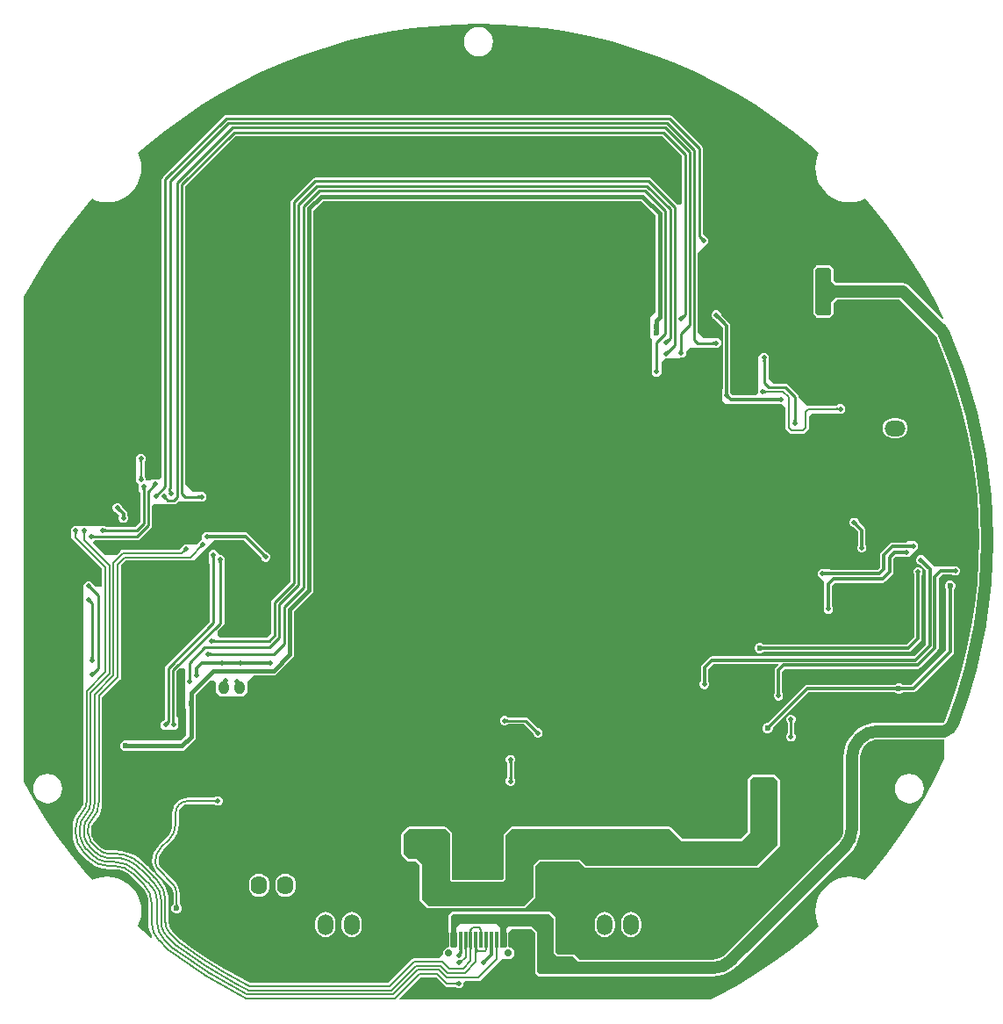
<source format=gbl>
G04*
G04 #@! TF.GenerationSoftware,Altium Limited,Altium Designer,22.1.2 (22)*
G04*
G04 Layer_Physical_Order=2*
G04 Layer_Color=5220458*
%FSLAX44Y44*%
%MOMM*%
G71*
G04*
G04 #@! TF.SameCoordinates,7F6DEDBC-D18B-47E0-87DD-0464843C39CA*
G04*
G04*
G04 #@! TF.FilePolarity,Positive*
G04*
G01*
G75*
%ADD13C,0.3000*%
%ADD14C,0.2500*%
%ADD19C,0.2000*%
%ADD31R,0.7620X0.7620*%
%ADD34R,1.0000X1.3000*%
%ADD111C,0.3500*%
%ADD112C,0.4500*%
%ADD113O,0.9000X1.6000*%
%ADD114O,0.9000X1.8000*%
%ADD115O,2.0000X1.5000*%
%ADD116O,1.5000X2.0000*%
%ADD117O,1.6000X1.8000*%
%ADD118C,0.7000*%
%ADD119C,0.6000*%
%ADD120C,0.5000*%
%ADD121C,1.2000*%
%ADD122C,0.2000*%
%ADD123O,1.0000X1.3000*%
G04:AMPARAMS|DCode=124|XSize=1.6mm|YSize=0.3mm|CornerRadius=0.075mm|HoleSize=0mm|Usage=FLASHONLY|Rotation=90.000|XOffset=0mm|YOffset=0mm|HoleType=Round|Shape=RoundedRectangle|*
%AMROUNDEDRECTD124*
21,1,1.6000,0.1500,0,0,90.0*
21,1,1.4500,0.3000,0,0,90.0*
1,1,0.1500,0.0750,0.7250*
1,1,0.1500,0.0750,-0.7250*
1,1,0.1500,-0.0750,-0.7250*
1,1,0.1500,-0.0750,0.7250*
%
%ADD124ROUNDEDRECTD124*%
G04:AMPARAMS|DCode=125|XSize=1.6mm|YSize=0.6mm|CornerRadius=0.15mm|HoleSize=0mm|Usage=FLASHONLY|Rotation=90.000|XOffset=0mm|YOffset=0mm|HoleType=Round|Shape=RoundedRectangle|*
%AMROUNDEDRECTD125*
21,1,1.6000,0.3000,0,0,90.0*
21,1,1.3000,0.6000,0,0,90.0*
1,1,0.3000,0.1500,0.6500*
1,1,0.3000,0.1500,-0.6500*
1,1,0.3000,-0.1500,-0.6500*
1,1,0.3000,-0.1500,0.6500*
%
%ADD125ROUNDEDRECTD125*%
G36*
X521970Y943572D02*
X543607Y942154D01*
X565162Y939793D01*
X586593Y936495D01*
X607860Y932264D01*
X628922Y927111D01*
X649740Y921043D01*
X670273Y914073D01*
X690482Y906214D01*
X710329Y897481D01*
X729777Y887890D01*
X748787Y877461D01*
X767325Y866212D01*
X785354Y854165D01*
X802841Y841344D01*
X819751Y827771D01*
X828788Y819847D01*
X826959Y815433D01*
X825747Y810382D01*
X825339Y805203D01*
X825747Y800025D01*
X826959Y794974D01*
X828947Y790175D01*
X831661Y785747D01*
X835034Y781797D01*
X838984Y778423D01*
X843413Y775709D01*
X848212Y773722D01*
X853263Y772509D01*
X858441Y772102D01*
X863620Y772509D01*
X868670Y773722D01*
X873084Y775550D01*
X881009Y766514D01*
X894581Y749603D01*
X907403Y732116D01*
X919450Y714087D01*
X930699Y695549D01*
X941128Y676539D01*
X948980Y660618D01*
X947933Y659868D01*
X915788Y692014D01*
X914117Y693296D01*
X912170Y694102D01*
X910082Y694377D01*
X845461D01*
X842779Y697059D01*
Y707390D01*
X842624Y708170D01*
X842182Y708832D01*
X840150Y710864D01*
X839488Y711306D01*
X838708Y711461D01*
X827278D01*
X827278Y711461D01*
X826498Y711306D01*
X825836Y710864D01*
X824058Y709086D01*
X823616Y708424D01*
X823461Y707644D01*
Y665226D01*
X823616Y664446D01*
X824058Y663784D01*
X824058Y663784D01*
X826344Y661498D01*
X827006Y661056D01*
X827786Y660901D01*
X838454D01*
X839234Y661056D01*
X839896Y661498D01*
X839896Y661498D01*
X842182Y663784D01*
X842624Y664446D01*
X842779Y665226D01*
Y674795D01*
X846223Y678239D01*
X906740D01*
X940946Y644033D01*
X940980Y644007D01*
X941707Y642919D01*
X941688Y642853D01*
X941688Y642853D01*
X941688Y642853D01*
X946514Y631885D01*
X954152Y612245D01*
X960925Y592291D01*
X966822Y572060D01*
X971831Y551592D01*
X975942Y530924D01*
X979147Y510096D01*
X981442Y489149D01*
X982820Y468121D01*
X983279Y447054D01*
X982820Y425986D01*
X981442Y404959D01*
X979147Y384011D01*
X975942Y363184D01*
X971831Y342516D01*
X967558Y325055D01*
X966822Y322047D01*
X960925Y301817D01*
X954152Y281862D01*
X950537Y272568D01*
D01*
X949939Y271516D01*
X949728Y271201D01*
X948606Y270451D01*
X885952D01*
Y270485D01*
X880711Y270073D01*
X875599Y268846D01*
X870742Y266834D01*
X866259Y264087D01*
X862262Y260672D01*
X858847Y256675D01*
X856100Y252192D01*
X854089Y247335D01*
X852861Y242223D01*
X852449Y236982D01*
X852483D01*
Y168255D01*
X852498Y168144D01*
X852175Y164869D01*
X851187Y161613D01*
X849584Y158612D01*
X847496Y156068D01*
X847407Y156000D01*
X738588Y47181D01*
X738520Y47092D01*
X735976Y45005D01*
X732975Y43401D01*
X729719Y42413D01*
X726444Y42090D01*
X726333Y42105D01*
X597811D01*
X593262Y46654D01*
X592600Y47096D01*
X591820Y47251D01*
X576663D01*
X574809Y49105D01*
Y82042D01*
X574654Y82822D01*
X574212Y83484D01*
X570148Y87548D01*
X569486Y87990D01*
X568706Y88145D01*
X475488D01*
X475488Y88145D01*
X474708Y87990D01*
X474046Y87548D01*
X474046Y87548D01*
X472014Y85516D01*
X472014Y85516D01*
X471572Y84854D01*
X471417Y84074D01*
Y68606D01*
X471311Y68076D01*
Y55757D01*
X466090Y50535D01*
Y47498D01*
X461783Y43191D01*
X438198D01*
X437027Y42958D01*
X436035Y42295D01*
X436035Y42295D01*
X413338Y19598D01*
X280824D01*
X279618Y19757D01*
D01*
X278548Y20239D01*
X278196Y20413D01*
X259798Y30506D01*
X256364Y32590D01*
X241857Y41393D01*
X224408Y53052D01*
X213053Y61378D01*
X213044Y61499D01*
X212897Y61560D01*
X211952Y62368D01*
X204811Y69509D01*
X204724Y69567D01*
X202880Y71970D01*
X201680Y74868D01*
X201284Y77873D01*
X201305Y77978D01*
Y99180D01*
X201342D01*
X200959Y104036D01*
X199822Y108772D01*
X199007Y110740D01*
X198949Y111035D01*
X198781Y111286D01*
X197958Y113273D01*
X195413Y117426D01*
X193046Y120198D01*
X192250Y121130D01*
X192232Y121145D01*
X191319Y122008D01*
X190377Y122950D01*
X189607Y123918D01*
X189607Y123918D01*
X189589Y123961D01*
X188621Y124791D01*
X188167Y125322D01*
X188125Y125359D01*
X187201Y126195D01*
X182342Y131054D01*
X181596Y132019D01*
X181592Y132029D01*
X181588Y132026D01*
X180637Y132760D01*
X178766Y134630D01*
X177931Y135554D01*
X177900Y135589D01*
X176996Y136362D01*
X173065Y139719D01*
X167643Y143042D01*
X161768Y145476D01*
X155584Y146960D01*
X149245Y147459D01*
Y147393D01*
X143363D01*
X143301Y147381D01*
X140681Y147725D01*
X138182Y148760D01*
X136980Y149683D01*
X136027Y150443D01*
X136022Y150451D01*
X136022Y150451D01*
X136021Y150451D01*
X136021Y150451D01*
X135132Y151341D01*
X131092Y155380D01*
X130291Y156354D01*
X130253Y156446D01*
X129436Y157195D01*
X128668Y158128D01*
X128668Y158128D01*
X128007Y159188D01*
X127151Y161255D01*
X126806Y163875D01*
X126819Y163937D01*
Y169074D01*
X126830D01*
X127056Y170784D01*
X127716Y172379D01*
X128028Y172785D01*
X128786Y173742D01*
X128786Y173742D01*
X131732Y177190D01*
X134106Y181066D01*
X135846Y185265D01*
X136907Y189684D01*
X137263Y194215D01*
X137233D01*
Y295007D01*
X154435Y312208D01*
X154435Y312209D01*
X154435Y312209D01*
X155331Y313104D01*
Y421954D01*
X160086Y426709D01*
X222250D01*
X222250Y426709D01*
X222250Y426709D01*
X225555D01*
X245111Y446265D01*
X274112D01*
X290648Y429729D01*
Y429381D01*
X291333Y427727D01*
X292599Y426461D01*
X294253Y425776D01*
X296043D01*
X297697Y426461D01*
X298963Y427727D01*
X299648Y429381D01*
Y431171D01*
X298963Y432825D01*
X297697Y434091D01*
X296043Y434776D01*
X295705D01*
X295626Y434845D01*
X278113Y452357D01*
X276137Y454334D01*
X236388D01*
X233752Y451698D01*
Y447634D01*
X228514Y442396D01*
X216576D01*
X211007Y436827D01*
X157162D01*
X157162Y436827D01*
X157162Y436827D01*
X155895D01*
X154999Y435931D01*
X154999Y435931D01*
X154999Y435931D01*
X150868Y431800D01*
X139954D01*
X128778Y442976D01*
Y445248D01*
X130011Y446481D01*
X130026Y446487D01*
X130028Y446488D01*
X130089Y446502D01*
X130160Y446513D01*
X130245Y446520D01*
X172328D01*
X185106Y459297D01*
Y479238D01*
X187440Y481572D01*
X207875D01*
X210244Y483942D01*
X235036D01*
X237672Y486578D01*
Y490306D01*
X235036Y492942D01*
X224608D01*
X217618Y499932D01*
Y787734D01*
X266257Y836372D01*
X677353D01*
X696456Y817270D01*
Y771640D01*
X694657Y769841D01*
X691975D01*
X666001Y795816D01*
X342736D01*
X341468Y795563D01*
X340393Y794845D01*
X320055Y774507D01*
X319337Y773432D01*
X319084Y772164D01*
Y406334D01*
X301419Y388669D01*
X300701Y387594D01*
X300448Y386326D01*
Y356443D01*
X296824Y352818D01*
X250432D01*
X248412Y354838D01*
Y359296D01*
X255452Y366336D01*
Y429854D01*
X252816Y432490D01*
X250784D01*
X246466Y436808D01*
X242738D01*
X240102Y434172D01*
Y424616D01*
X241288Y423430D01*
Y367909D01*
X198969Y325589D01*
X197998Y324618D01*
Y323246D01*
Y273956D01*
X195825Y272293D01*
X193874Y270342D01*
Y266614D01*
X196510Y263978D01*
X208112D01*
X210748Y266614D01*
Y275408D01*
X209126Y277030D01*
Y320009D01*
X211950Y322834D01*
X216154D01*
X217242Y321746D01*
Y311029D01*
X216916Y310703D01*
Y284480D01*
X218508Y282888D01*
Y258418D01*
X213248Y253158D01*
X157695D01*
X154766Y250229D01*
Y246087D01*
X157775Y243078D01*
X164592D01*
X165181Y243667D01*
X216013D01*
X227841Y255495D01*
Y297913D01*
X241078Y311150D01*
X245110D01*
X247194Y309066D01*
Y299613D01*
X251329Y295478D01*
X272927D01*
X277062Y299613D01*
Y310336D01*
X283195Y316469D01*
X304309D01*
X305578Y317738D01*
X321326Y333486D01*
X322265Y334892D01*
X322595Y336550D01*
Y377935D01*
X339962Y395302D01*
X340901Y396708D01*
X341231Y398366D01*
Y764363D01*
X350537Y773669D01*
X656827D01*
X670799Y759697D01*
Y666735D01*
X665988Y661924D01*
Y642112D01*
X667676Y640424D01*
Y609571D01*
Y606812D01*
X670312Y604176D01*
X674040D01*
X676676Y606812D01*
Y617953D01*
X680333Y621610D01*
X694049D01*
X695065Y622626D01*
X697824D01*
X700460Y625262D01*
Y628021D01*
X704463Y632024D01*
X731606D01*
X734242Y634660D01*
Y638388D01*
X731606Y641024D01*
X717368D01*
X712084Y646308D01*
Y723246D01*
X722050Y733212D01*
Y736940D01*
X716584Y742406D01*
Y824234D01*
X716331Y825502D01*
X715613Y826577D01*
X686661Y855529D01*
X685586Y856247D01*
X684318Y856500D01*
X257034D01*
X255766Y856247D01*
X254691Y855529D01*
X195777Y796615D01*
X195059Y795540D01*
X194806Y794272D01*
Y507734D01*
X192278Y505206D01*
X184404D01*
X183509Y504311D01*
X179252D01*
Y507070D01*
X178567Y507755D01*
Y522723D01*
X179252Y523408D01*
Y527136D01*
X176616Y529772D01*
X172888D01*
X170252Y527136D01*
Y506101D01*
Y503342D01*
X172792Y500802D01*
Y493704D01*
X173978Y492518D01*
Y463907D01*
X169315Y459244D01*
X141008D01*
X140980Y459247D01*
X140884Y459262D01*
X140822Y459276D01*
X140821Y459277D01*
X140806Y459283D01*
X139659Y460430D01*
X109896D01*
X107260Y457794D01*
Y448923D01*
X109597Y446586D01*
X137213Y418970D01*
Y402643D01*
X136144Y401574D01*
X131270D01*
X126110Y406734D01*
X122382D01*
X119115Y403467D01*
Y301244D01*
X119115Y301244D01*
X119115Y301244D01*
Y194215D01*
X119130Y194141D01*
X118770Y191409D01*
X117687Y188795D01*
X116725Y187540D01*
X115904Y186610D01*
X115904Y186610D01*
X112820Y182852D01*
X110528Y178564D01*
X109117Y173912D01*
X108641Y169074D01*
X108701D01*
Y163937D01*
X108672D01*
X109023Y159481D01*
X110066Y155134D01*
X111777Y151004D01*
X114113Y147192D01*
X117016Y143793D01*
X117037Y143814D01*
X122342Y138509D01*
X123219Y137590D01*
X123219Y137590D01*
X126618Y134687D01*
X130430Y132351D01*
X134560Y130640D01*
X138907Y129597D01*
X143363Y129246D01*
Y129275D01*
X149245D01*
X149378Y129302D01*
X153611Y128885D01*
X157810Y127611D01*
X161679Y125543D01*
X164967Y122844D01*
X165043Y122732D01*
X175310Y112465D01*
X175422Y112389D01*
X178121Y109101D01*
X180189Y105232D01*
X181463Y101033D01*
X181880Y96800D01*
X181853Y96667D01*
Y78094D01*
X181824D01*
X182175Y73637D01*
X183218Y69290D01*
X184929Y65160D01*
X185513Y64208D01*
X184545Y63356D01*
X180832Y66336D01*
X171796Y74261D01*
X173624Y78675D01*
X174837Y83726D01*
X175244Y88904D01*
X174837Y94083D01*
X173624Y99133D01*
X171636Y103932D01*
X168922Y108361D01*
X165549Y112311D01*
X161599Y115684D01*
X157170Y118398D01*
X152371Y120386D01*
X147320Y121599D01*
X142142Y122006D01*
X136964Y121599D01*
X131913Y120386D01*
X127499Y118558D01*
X119574Y127594D01*
X106002Y144505D01*
X93180Y161991D01*
X81133Y180021D01*
X69885Y198558D01*
X61722Y213437D01*
Y680671D01*
X69885Y695549D01*
X81133Y714087D01*
X93180Y732116D01*
X106002Y749603D01*
X119574Y766514D01*
X127499Y775550D01*
X131913Y773722D01*
X136964Y772509D01*
X142142Y772102D01*
X147320Y772509D01*
X152371Y773722D01*
X157170Y775709D01*
X161599Y778423D01*
X165549Y781797D01*
X168922Y785747D01*
X171636Y790175D01*
X173624Y794974D01*
X174837Y800025D01*
X175244Y805203D01*
X174837Y810382D01*
X173624Y815433D01*
X171796Y819847D01*
X180832Y827771D01*
X197743Y841344D01*
X215229Y854165D01*
X233258Y866212D01*
X251796Y877461D01*
X270807Y887890D01*
X290254Y897481D01*
X310101Y906214D01*
X330311Y914073D01*
X350843Y921043D01*
X371661Y927111D01*
X392723Y932264D01*
X413990Y936495D01*
X435421Y939793D01*
X456976Y942154D01*
X478613Y943572D01*
X500292Y944045D01*
X521970Y943572D01*
D02*
G37*
G36*
X716265Y738414D02*
X716634Y738095D01*
X716808Y737963D01*
X716976Y737851D01*
X717138Y737757D01*
X717294Y737682D01*
X717443Y737626D01*
X717586Y737589D01*
X717722Y737570D01*
X715060Y735298D01*
X715062Y735444D01*
X715044Y735595D01*
X715004Y735751D01*
X714944Y735913D01*
X714862Y736080D01*
X714760Y736252D01*
X714637Y736430D01*
X714492Y736613D01*
X714327Y736802D01*
X714141Y736995D01*
X716071Y738601D01*
X716265Y738414D01*
D02*
G37*
G36*
X840740Y707390D02*
Y696214D01*
X846328Y690626D01*
Y681228D01*
X840740Y675640D01*
Y665226D01*
X838454Y662940D01*
X827786D01*
X825500Y665226D01*
Y707644D01*
X827278Y709422D01*
X838708D01*
X840740Y707390D01*
D02*
G37*
G36*
X699182Y661600D02*
X698995Y661406D01*
X698681Y661036D01*
X698554Y660859D01*
X698446Y660688D01*
X698359Y660522D01*
X698291Y660362D01*
X698243Y660208D01*
X698214Y660060D01*
X698206Y659917D01*
X695731Y662392D01*
X695874Y662400D01*
X696022Y662429D01*
X696177Y662477D01*
X696336Y662545D01*
X696502Y662632D01*
X696673Y662740D01*
X696850Y662867D01*
X697032Y663014D01*
X697414Y663367D01*
X699182Y661600D01*
D02*
G37*
G36*
X684516Y638974D02*
X684330Y638780D01*
X684027Y638409D01*
X683909Y638231D01*
X683814Y638059D01*
X683741Y637892D01*
X683691Y637731D01*
X683664Y637575D01*
X683659Y637425D01*
X683677Y637281D01*
X680774Y639236D01*
X680893Y639267D01*
X681021Y639314D01*
X681156Y639380D01*
X681301Y639464D01*
X681454Y639565D01*
X681784Y639821D01*
X681962Y639975D01*
X682344Y640338D01*
X684516Y638974D01*
D02*
G37*
G36*
X727957Y634774D02*
X727850Y634869D01*
X727725Y634954D01*
X727582Y635029D01*
X727421Y635094D01*
X727242Y635149D01*
X727045Y635194D01*
X726830Y635229D01*
X726597Y635254D01*
X726077Y635274D01*
Y637774D01*
X726346Y637779D01*
X726830Y637819D01*
X727045Y637854D01*
X727242Y637899D01*
X727421Y637954D01*
X727582Y638019D01*
X727725Y638094D01*
X727850Y638179D01*
X727957Y638274D01*
Y634774D01*
D02*
G37*
G36*
X697215Y630522D02*
X697255Y630038D01*
X697290Y629823D01*
X697335Y629626D01*
X697390Y629447D01*
X697455Y629286D01*
X697530Y629143D01*
X697615Y629018D01*
X697710Y628911D01*
X694210D01*
X694305Y629018D01*
X694390Y629143D01*
X694465Y629286D01*
X694530Y629447D01*
X694585Y629626D01*
X694630Y629823D01*
X694665Y630038D01*
X694690Y630271D01*
X694710Y630791D01*
X697210D01*
X697215Y630522D01*
D02*
G37*
G36*
X684704Y627818D02*
X684517Y627624D01*
X684203Y627254D01*
X684076Y627077D01*
X683968Y626906D01*
X683881Y626740D01*
X683813Y626581D01*
X683765Y626426D01*
X683736Y626278D01*
X683728Y626135D01*
X681253Y628610D01*
X681396Y628618D01*
X681544Y628647D01*
X681699Y628695D01*
X681858Y628763D01*
X682024Y628850D01*
X682195Y628958D01*
X682372Y629085D01*
X682554Y629232D01*
X682936Y629585D01*
X684704Y627818D01*
D02*
G37*
G36*
X673339Y612123D02*
X673381Y611640D01*
X673418Y611426D01*
X673465Y611230D01*
X673523Y611053D01*
X673591Y610893D01*
X673670Y610752D01*
X673759Y610629D01*
X673859Y610524D01*
X670361Y610396D01*
X670451Y610504D01*
X670532Y610631D01*
X670602Y610775D01*
X670664Y610937D01*
X670716Y611117D01*
X670758Y611315D01*
X670791Y611531D01*
X670829Y612016D01*
X670834Y612285D01*
X673334Y612392D01*
X673339Y612123D01*
D02*
G37*
G36*
X176360Y523334D02*
X176232Y523171D01*
X176119Y522997D01*
X176022Y522813D01*
X175940Y522618D01*
X175872Y522412D01*
X175819Y522195D01*
X175782Y521968D01*
X175760Y521730D01*
X175752Y521481D01*
X173752D01*
X173745Y521730D01*
X173722Y521968D01*
X173685Y522195D01*
X173632Y522412D01*
X173564Y522618D01*
X173482Y522813D01*
X173384Y522997D01*
X173272Y523171D01*
X173144Y523334D01*
X173002Y523487D01*
X176502D01*
X176360Y523334D01*
D02*
G37*
G36*
X175760Y508749D02*
X175782Y508510D01*
X175819Y508283D01*
X175872Y508066D01*
X175940Y507860D01*
X176022Y507665D01*
X176119Y507481D01*
X176232Y507307D01*
X176360Y507144D01*
X176502Y506991D01*
X173002D01*
X173144Y507144D01*
X173272Y507307D01*
X173384Y507481D01*
X173482Y507665D01*
X173564Y507860D01*
X173632Y508066D01*
X173685Y508283D01*
X173722Y508510D01*
X173745Y508749D01*
X173752Y508997D01*
X175752D01*
X175760Y508749D01*
D02*
G37*
G36*
X188697Y497880D02*
X188554Y497872D01*
X188406Y497843D01*
X188251Y497795D01*
X188092Y497727D01*
X187926Y497640D01*
X187755Y497532D01*
X187578Y497405D01*
X187396Y497258D01*
X187014Y496904D01*
X185247Y498672D01*
X185433Y498866D01*
X185747Y499236D01*
X185874Y499413D01*
X185982Y499584D01*
X186069Y499750D01*
X186137Y499910D01*
X186185Y500064D01*
X186214Y500212D01*
X186222Y500355D01*
X188697Y497880D01*
D02*
G37*
G36*
X178947Y496456D02*
X178862Y496331D01*
X178787Y496188D01*
X178722Y496027D01*
X178667Y495848D01*
X178622Y495651D01*
X178587Y495436D01*
X178562Y495203D01*
X178542Y494683D01*
X176042D01*
X176037Y494952D01*
X175997Y495436D01*
X175962Y495651D01*
X175917Y495848D01*
X175862Y496027D01*
X175797Y496188D01*
X175722Y496331D01*
X175637Y496456D01*
X175542Y496563D01*
X179042D01*
X178947Y496456D01*
D02*
G37*
G36*
X192317Y490781D02*
X192131Y490587D01*
X191826Y490215D01*
X191706Y490037D01*
X191608Y489865D01*
X191532Y489698D01*
X191477Y489536D01*
X191445Y489379D01*
X191434Y489228D01*
X191446Y489083D01*
X188639Y491173D01*
X188766Y491199D01*
X188901Y491243D01*
X189044Y491305D01*
X189193Y491385D01*
X189351Y491484D01*
X189515Y491600D01*
X189867Y491888D01*
X190054Y492059D01*
X190248Y492248D01*
X192317Y490781D01*
D02*
G37*
G36*
X231387Y486692D02*
X231280Y486787D01*
X231155Y486872D01*
X231012Y486947D01*
X230851Y487012D01*
X230672Y487067D01*
X230475Y487112D01*
X230260Y487147D01*
X230027Y487172D01*
X229507Y487192D01*
Y489692D01*
X229776Y489697D01*
X230260Y489737D01*
X230475Y489772D01*
X230672Y489817D01*
X230851Y489872D01*
X231012Y489937D01*
X231155Y490012D01*
X231280Y490097D01*
X231387Y490192D01*
Y486692D01*
D02*
G37*
G36*
X199104Y488528D02*
X199133Y488380D01*
X199181Y488226D01*
X199249Y488066D01*
X199336Y487900D01*
X199444Y487729D01*
X199571Y487552D01*
X199718Y487370D01*
X200072Y486988D01*
X198304Y485220D01*
X198110Y485407D01*
X197740Y485721D01*
X197563Y485848D01*
X197392Y485956D01*
X197226Y486043D01*
X197066Y486111D01*
X196912Y486159D01*
X196764Y486188D01*
X196621Y486196D01*
X199096Y488671D01*
X199104Y488528D01*
D02*
G37*
G36*
X139687Y457585D02*
X139812Y457500D01*
X139955Y457425D01*
X140116Y457360D01*
X140295Y457305D01*
X140492Y457260D01*
X140707Y457225D01*
X140940Y457200D01*
X141460Y457180D01*
Y454680D01*
X141191Y454675D01*
X140707Y454635D01*
X140492Y454600D01*
X140295Y454555D01*
X140116Y454500D01*
X139955Y454435D01*
X139812Y454360D01*
X139687Y454275D01*
X139580Y454180D01*
Y457680D01*
X139687Y457585D01*
D02*
G37*
G36*
X121496Y453992D02*
X121368Y453829D01*
X121256Y453655D01*
X121158Y453471D01*
X121075Y453276D01*
X121008Y453070D01*
X120955Y452853D01*
X120918Y452626D01*
X120896Y452388D01*
X120888Y452139D01*
X118888D01*
X118881Y452388D01*
X118858Y452626D01*
X118820Y452853D01*
X118768Y453070D01*
X118701Y453276D01*
X118618Y453471D01*
X118520Y453655D01*
X118408Y453829D01*
X118280Y453992D01*
X118138Y454145D01*
X121638D01*
X121496Y453992D01*
D02*
G37*
G36*
X113368D02*
X113240Y453829D01*
X113127Y453655D01*
X113030Y453471D01*
X112948Y453276D01*
X112880Y453070D01*
X112828Y452853D01*
X112790Y452626D01*
X112767Y452388D01*
X112760Y452139D01*
X110760D01*
X110752Y452388D01*
X110730Y452626D01*
X110693Y452853D01*
X110640Y453070D01*
X110573Y453276D01*
X110490Y453471D01*
X110393Y453655D01*
X110280Y453829D01*
X110153Y453992D01*
X110010Y454145D01*
X113510D01*
X113368Y453992D01*
D02*
G37*
G36*
X240099Y451536D02*
X240184Y451494D01*
X240295Y451456D01*
X240429Y451424D01*
X240588Y451396D01*
X240980Y451357D01*
X241470Y451337D01*
X241752Y451334D01*
Y448334D01*
X241470Y448331D01*
X240588Y448271D01*
X240429Y448244D01*
X240295Y448212D01*
X240184Y448174D01*
X240099Y448131D01*
X240037Y448084D01*
Y451584D01*
X240099Y451536D01*
D02*
G37*
G36*
X128892Y451489D02*
X129017Y451404D01*
X129160Y451329D01*
X129321Y451264D01*
X129500Y451209D01*
X129697Y451164D01*
X129912Y451129D01*
X130145Y451104D01*
X130665Y451084D01*
Y448584D01*
X130396Y448579D01*
X129912Y448539D01*
X129697Y448504D01*
X129500Y448459D01*
X129321Y448404D01*
X129160Y448339D01*
X129017Y448264D01*
X128892Y448179D01*
X128785Y448084D01*
Y451584D01*
X128892Y451489D01*
D02*
G37*
G36*
X234417Y439460D02*
X234209Y439453D01*
X234003Y439428D01*
X233801Y439385D01*
X233601Y439323D01*
X233405Y439243D01*
X233211Y439146D01*
X233021Y439029D01*
X232834Y438895D01*
X232649Y438743D01*
X232468Y438572D01*
X231054Y439986D01*
X231225Y440168D01*
X231377Y440352D01*
X231511Y440539D01*
X231628Y440729D01*
X231725Y440923D01*
X231805Y441119D01*
X231867Y441319D01*
X231910Y441521D01*
X231935Y441726D01*
X231942Y441935D01*
X234417Y439460D01*
D02*
G37*
G36*
X218415Y435396D02*
X218207Y435389D01*
X218001Y435364D01*
X217799Y435321D01*
X217599Y435259D01*
X217403Y435179D01*
X217209Y435081D01*
X217019Y434965D01*
X216832Y434831D01*
X216647Y434679D01*
X216466Y434508D01*
X215052Y435922D01*
X215223Y436104D01*
X215375Y436288D01*
X215509Y436475D01*
X215625Y436665D01*
X215723Y436859D01*
X215803Y437055D01*
X215865Y437254D01*
X215908Y437457D01*
X215933Y437663D01*
X215940Y437871D01*
X218415Y435396D01*
D02*
G37*
G36*
X293935Y433614D02*
X294601Y433033D01*
X294733Y432940D01*
X294851Y432868D01*
X294955Y432816D01*
X295046Y432786D01*
X295123Y432776D01*
X292648Y430301D01*
X292638Y430378D01*
X292608Y430469D01*
X292556Y430573D01*
X292484Y430691D01*
X292391Y430823D01*
X292142Y431129D01*
X291810Y431489D01*
X291612Y431690D01*
X293734Y433811D01*
X293935Y433614D01*
D02*
G37*
G36*
X246257Y430416D02*
X246172Y430291D01*
X246097Y430148D01*
X246032Y429987D01*
X245977Y429808D01*
X245932Y429611D01*
X245897Y429396D01*
X245872Y429163D01*
X245852Y428643D01*
X243352D01*
X243347Y428912D01*
X243307Y429396D01*
X243272Y429611D01*
X243227Y429808D01*
X243172Y429987D01*
X243107Y430148D01*
X243032Y430291D01*
X242947Y430416D01*
X242852Y430523D01*
X246352D01*
X246257Y430416D01*
D02*
G37*
G36*
X252607Y426098D02*
X252522Y425973D01*
X252447Y425830D01*
X252382Y425669D01*
X252327Y425490D01*
X252282Y425293D01*
X252247Y425078D01*
X252222Y424845D01*
X252202Y424325D01*
X249702D01*
X249697Y424594D01*
X249657Y425078D01*
X249622Y425293D01*
X249577Y425490D01*
X249522Y425669D01*
X249457Y425830D01*
X249382Y425973D01*
X249297Y426098D01*
X249202Y426205D01*
X252702D01*
X252607Y426098D01*
D02*
G37*
G36*
X126754Y402066D02*
X126783Y401918D01*
X126831Y401763D01*
X126899Y401604D01*
X126986Y401438D01*
X127094Y401267D01*
X127221Y401091D01*
X127368Y400908D01*
X127722Y400526D01*
X125954Y398759D01*
X125760Y398945D01*
X125390Y399259D01*
X125213Y399386D01*
X125042Y399494D01*
X124876Y399581D01*
X124717Y399649D01*
X124562Y399697D01*
X124414Y399726D01*
X124271Y399734D01*
X126746Y402209D01*
X126754Y402066D01*
D02*
G37*
G36*
Y388452D02*
X126783Y388304D01*
X126831Y388149D01*
X126899Y387990D01*
X126986Y387824D01*
X127094Y387653D01*
X127221Y387476D01*
X127368Y387294D01*
X127722Y386912D01*
X125954Y385145D01*
X125760Y385331D01*
X125390Y385645D01*
X125213Y385772D01*
X125042Y385880D01*
X124876Y385967D01*
X124717Y386035D01*
X124562Y386083D01*
X124414Y386112D01*
X124271Y386120D01*
X126746Y388595D01*
X126754Y388452D01*
D02*
G37*
G36*
X244716Y351159D02*
X244841Y351074D01*
X244984Y350999D01*
X245145Y350934D01*
X245324Y350879D01*
X245521Y350834D01*
X245736Y350799D01*
X245969Y350774D01*
X246489Y350754D01*
Y348254D01*
X246220Y348249D01*
X245736Y348209D01*
X245521Y348174D01*
X245324Y348129D01*
X245145Y348074D01*
X244984Y348009D01*
X244841Y347934D01*
X244716Y347849D01*
X244609Y347754D01*
Y351254D01*
X244716Y351159D01*
D02*
G37*
G36*
X240906Y338205D02*
X241031Y338120D01*
X241174Y338045D01*
X241335Y337980D01*
X241514Y337925D01*
X241711Y337880D01*
X241926Y337845D01*
X242159Y337820D01*
X242679Y337800D01*
Y335300D01*
X242410Y335295D01*
X241926Y335255D01*
X241711Y335220D01*
X241514Y335175D01*
X241335Y335120D01*
X241174Y335055D01*
X241031Y334980D01*
X240906Y334895D01*
X240799Y334800D01*
Y338300D01*
X240906Y338205D01*
D02*
G37*
G36*
X128763Y333850D02*
X128803Y333366D01*
X128838Y333151D01*
X128883Y332954D01*
X128938Y332775D01*
X129003Y332614D01*
X129078Y332471D01*
X129163Y332346D01*
X129258Y332239D01*
X125758D01*
X125853Y332346D01*
X125938Y332471D01*
X126013Y332614D01*
X126078Y332775D01*
X126133Y332954D01*
X126178Y333151D01*
X126213Y333366D01*
X126238Y333599D01*
X126258Y334119D01*
X128758D01*
X128763Y333850D01*
D02*
G37*
G36*
X130983Y318446D02*
X130797Y318252D01*
X130483Y317882D01*
X130356Y317705D01*
X130248Y317534D01*
X130161Y317368D01*
X130093Y317208D01*
X130045Y317054D01*
X130016Y316906D01*
X130008Y316763D01*
X127533Y319238D01*
X127676Y319246D01*
X127824Y319275D01*
X127978Y319323D01*
X128138Y319391D01*
X128304Y319478D01*
X128475Y319586D01*
X128652Y319713D01*
X128834Y319860D01*
X129216Y320214D01*
X130983Y318446D01*
D02*
G37*
G36*
X222997Y313530D02*
X223037Y313046D01*
X223072Y312831D01*
X223117Y312634D01*
X223172Y312455D01*
X223237Y312294D01*
X223312Y312151D01*
X223397Y312026D01*
X223492Y311919D01*
X219992D01*
X220087Y312026D01*
X220172Y312151D01*
X220247Y312294D01*
X220312Y312455D01*
X220367Y312634D01*
X220412Y312831D01*
X220447Y313046D01*
X220472Y313279D01*
X220492Y313799D01*
X222992D01*
X222997Y313530D01*
D02*
G37*
G36*
X201788Y270382D02*
X201602Y270188D01*
X201293Y269817D01*
X201169Y269639D01*
X201066Y269467D01*
X200984Y269300D01*
X200924Y269138D01*
X200883Y268982D01*
X200864Y268831D01*
X200865Y268685D01*
X198217Y270973D01*
X198354Y270991D01*
X198497Y271028D01*
X198647Y271083D01*
X198803Y271158D01*
X198965Y271251D01*
X199133Y271363D01*
X199308Y271494D01*
X199677Y271813D01*
X199871Y272000D01*
X201788Y270382D01*
D02*
G37*
G36*
X885952Y254313D02*
X949966D01*
Y235490D01*
X941128Y217569D01*
X930699Y198558D01*
X919450Y180021D01*
X907403Y161991D01*
X894581Y144505D01*
X881009Y127594D01*
X873084Y118558D01*
X868670Y120386D01*
X863620Y121599D01*
X858441Y122006D01*
X853263Y121599D01*
X848212Y120386D01*
X843413Y118398D01*
X838984Y115684D01*
X835034Y112311D01*
X831661Y108361D01*
X828947Y103932D01*
X826959Y99133D01*
X825747Y94083D01*
X825339Y88904D01*
X825747Y83726D01*
X826959Y78675D01*
X828788Y74261D01*
X819751Y66336D01*
X802841Y52764D01*
X785354Y39943D01*
X767325Y27896D01*
X748787Y16647D01*
X729777Y6217D01*
X724466Y3598D01*
X424619D01*
X424133Y4772D01*
X444435Y25073D01*
X459344D01*
X467531Y16887D01*
X467531Y16887D01*
X467531Y16887D01*
X468427Y15991D01*
X478050D01*
X478101Y15983D01*
X478165Y15967D01*
X478214Y15951D01*
X478250Y15936D01*
X478277Y15922D01*
X478299Y15908D01*
X478319Y15891D01*
X478406Y15811D01*
X478547Y15723D01*
X479720Y14550D01*
X483448D01*
X486084Y17186D01*
Y19945D01*
X487972Y21833D01*
X500380D01*
X500380Y21833D01*
X500380Y21833D01*
X501647D01*
X502543Y22729D01*
X502543Y22729D01*
X520043Y40229D01*
X520043Y40229D01*
X520043Y40229D01*
X522571Y42757D01*
X531526D01*
X534748Y45979D01*
Y50535D01*
X529449Y55835D01*
Y68076D01*
X529343Y68606D01*
X532358Y71621D01*
X550843D01*
X554729Y67735D01*
Y30480D01*
X554884Y29700D01*
X555326Y29038D01*
X555326Y29038D01*
X557866Y26498D01*
X558528Y26056D01*
X559308Y25901D01*
X592328D01*
X592661Y25967D01*
X726333D01*
Y25933D01*
X731574Y26345D01*
X736686Y27573D01*
X741543Y29584D01*
X746026Y32331D01*
X750023Y35746D01*
X749999Y35770D01*
X858818Y144589D01*
X858842Y144565D01*
X862257Y148562D01*
X865004Y153045D01*
X867016Y157902D01*
X868243Y163014D01*
X868655Y168255D01*
X868621D01*
Y236982D01*
X868606Y237093D01*
X868929Y240368D01*
X869917Y243624D01*
X871520Y246625D01*
X873679Y249255D01*
X876309Y251413D01*
X879310Y253017D01*
X882566Y254005D01*
X885841Y254328D01*
X885952Y254313D01*
D02*
G37*
G36*
X503881Y70421D02*
X503941Y69449D01*
X503955Y69437D01*
X501805D01*
X501819Y69449D01*
X501832Y69486D01*
X501843Y69546D01*
X501853Y69632D01*
X501868Y69875D01*
X501880Y70652D01*
X503880D01*
X503881Y70421D01*
D02*
G37*
G36*
X493763Y70582D02*
X493806Y69910D01*
X493832Y69746D01*
X493864Y69611D01*
X493902Y69507D01*
X493945Y69433D01*
X493994Y69389D01*
X494049Y69374D01*
X491611Y69345D01*
X491640Y69378D01*
X491665Y69437D01*
X491687Y69523D01*
X491707Y69636D01*
X491723Y69775D01*
X491754Y70350D01*
X491760Y70866D01*
X493760D01*
X493763Y70582D01*
D02*
G37*
G36*
X498854Y54344D02*
X498897Y53962D01*
X498926Y53806D01*
X499091Y53806D01*
X499044Y53791D01*
X499001Y53746D01*
X498963Y53672D01*
X498956Y53650D01*
X498967Y53591D01*
X499066Y53232D01*
X499193Y52885D01*
X499349Y52549D01*
X499533Y52225D01*
X499745Y51913D01*
X499986Y51613D01*
X500254Y51324D01*
X498881Y49869D01*
X498840Y47910D01*
X496840Y52324D01*
X496838Y52578D01*
X496783Y53360D01*
X496758Y53497D01*
X496728Y53610D01*
X496694Y53699D01*
X496655Y53765D01*
X496611Y53807D01*
X498068Y53806D01*
X498840Y54738D01*
X498854Y54344D01*
D02*
G37*
G36*
X509149Y53807D02*
X509072Y53739D01*
X509004Y53642D01*
X508943Y53515D01*
X508891Y53359D01*
X508847Y53175D01*
X508810Y52961D01*
X508782Y52719D01*
X508750Y52146D01*
X508746Y51816D01*
X506746D01*
X506743Y52160D01*
X506673Y53268D01*
X506640Y53478D01*
X506602Y53660D01*
X506558Y53815D01*
X506508Y53944D01*
X506452Y54045D01*
X509149Y53807D01*
D02*
G37*
G36*
X519226Y53906D02*
X519154Y53744D01*
X519090Y53560D01*
X519034Y53354D01*
X518987Y53124D01*
X518918Y52599D01*
X518897Y52302D01*
X518880Y51642D01*
X516880D01*
X516876Y51983D01*
X516812Y52873D01*
X516773Y53124D01*
X516670Y53560D01*
X516606Y53744D01*
X516534Y53906D01*
X516452Y54045D01*
X519308D01*
X519226Y53906D01*
D02*
G37*
G36*
X494226D02*
X494154Y53744D01*
X494090Y53560D01*
X494034Y53354D01*
X493987Y53124D01*
X493919Y52599D01*
X493897Y52302D01*
X493880Y51642D01*
X491880D01*
X491876Y51983D01*
X491812Y52873D01*
X491773Y53124D01*
X491670Y53560D01*
X491606Y53744D01*
X491534Y53906D01*
X491452Y54045D01*
X494308D01*
X494226Y53906D01*
D02*
G37*
G36*
X489227D02*
X489154Y53744D01*
X489090Y53560D01*
X489034Y53354D01*
X488987Y53124D01*
X488919Y52599D01*
X488897Y52302D01*
X488880Y51642D01*
X486880D01*
X486876Y51983D01*
X486812Y52873D01*
X486773Y53124D01*
X486670Y53560D01*
X486606Y53744D01*
X486534Y53906D01*
X486452Y54045D01*
X489308D01*
X489227Y53906D01*
D02*
G37*
G36*
X484274Y53970D02*
X484244Y53850D01*
X484217Y53686D01*
X484174Y53225D01*
X484137Y52200D01*
X484130Y51295D01*
X481630D01*
X481628Y51769D01*
X481486Y53970D01*
X481452Y54045D01*
X484308D01*
X484274Y53970D01*
D02*
G37*
G36*
X484130Y49866D02*
X483970Y46975D01*
X481013Y48662D01*
X481130Y48704D01*
X481235Y48771D01*
X481328Y48864D01*
X481408Y48982D01*
X481476Y49126D01*
X481531Y49295D01*
X481575Y49490D01*
X481605Y49710D01*
X481624Y49956D01*
X481630Y50228D01*
X484130Y49866D01*
D02*
G37*
G36*
X485114Y40566D02*
X484944Y40387D01*
X484645Y40023D01*
X484517Y39836D01*
X484403Y39648D01*
X484303Y39457D01*
X484217Y39264D01*
X484145Y39068D01*
X484087Y38870D01*
X484044Y38670D01*
X482080Y41566D01*
X482279Y41537D01*
X482477Y41530D01*
X482674Y41545D01*
X482868Y41583D01*
X483061Y41643D01*
X483252Y41725D01*
X483441Y41830D01*
X483629Y41957D01*
X483815Y42107D01*
X483998Y42278D01*
X485114Y40566D01*
D02*
G37*
G36*
X508996Y41038D02*
X508798Y40837D01*
X508217Y40171D01*
X508124Y40039D01*
X508052Y39921D01*
X508000Y39817D01*
X507970Y39726D01*
X507960Y39649D01*
X505485Y42124D01*
X505562Y42134D01*
X505653Y42164D01*
X505757Y42216D01*
X505875Y42288D01*
X506007Y42381D01*
X506313Y42630D01*
X506673Y42962D01*
X506874Y43159D01*
X508996Y41038D01*
D02*
G37*
G36*
X572770Y82042D02*
Y48260D01*
X575818Y45212D01*
X591820D01*
X598170Y38862D01*
Y33782D01*
X592328Y27940D01*
X559308D01*
X556768Y30480D01*
Y68580D01*
X551688Y73660D01*
X528574D01*
X527304Y72390D01*
Y54356D01*
X526542Y53594D01*
X522224D01*
X521462Y54356D01*
Y72898D01*
X518160Y76200D01*
X482600D01*
X479298Y72898D01*
Y54356D01*
X478282Y53340D01*
X474472D01*
X473456Y54356D01*
Y84074D01*
X475488Y86106D01*
X568706D01*
X572770Y82042D01*
D02*
G37*
G36*
X479799Y17300D02*
X479646Y17443D01*
X479483Y17570D01*
X479309Y17682D01*
X479125Y17780D01*
X478930Y17862D01*
X478724Y17930D01*
X478507Y17982D01*
X478280Y18020D01*
X478041Y18043D01*
X477793Y18050D01*
Y20050D01*
X478041Y20057D01*
X478280Y20080D01*
X478507Y20117D01*
X478724Y20170D01*
X478930Y20238D01*
X479125Y20320D01*
X479309Y20417D01*
X479483Y20530D01*
X479646Y20657D01*
X479799Y20800D01*
Y17300D01*
D02*
G37*
%LPC*%
G36*
X500292Y941175D02*
X496637Y940694D01*
X493231Y939283D01*
X490307Y937039D01*
X488063Y934114D01*
X486652Y930709D01*
X486171Y927054D01*
X486652Y923399D01*
X488063Y919994D01*
X490307Y917069D01*
X493231Y914825D01*
X496637Y913414D01*
X500292Y912933D01*
X503946Y913414D01*
X507352Y914825D01*
X510276Y917069D01*
X512521Y919994D01*
X513931Y923399D01*
X514412Y927054D01*
X513931Y930709D01*
X512521Y934114D01*
X510276Y937039D01*
X507352Y939283D01*
X503946Y940694D01*
X500292Y941175D01*
D02*
G37*
G36*
X730708Y668011D02*
X728918D01*
X727264Y667326D01*
X725998Y666060D01*
X725313Y664407D01*
Y662616D01*
X725998Y660963D01*
X727264Y659697D01*
X728821Y659052D01*
X728953Y658936D01*
X736079Y651810D01*
Y592823D01*
X735148Y591892D01*
Y580826D01*
X738560Y577414D01*
X793121D01*
X796533Y574002D01*
Y553977D01*
X801119Y549391D01*
X802386D01*
X802386Y549391D01*
X814829D01*
X819161Y553723D01*
Y566177D01*
X821508Y568524D01*
X851240D01*
X853876Y571160D01*
Y574888D01*
X851240Y577524D01*
X847512D01*
X846339Y576351D01*
X846198Y576263D01*
X846111Y576183D01*
X846091Y576166D01*
X846069Y576152D01*
X846042Y576138D01*
X846006Y576123D01*
X845957Y576107D01*
X845893Y576091D01*
X845841Y576083D01*
X817373D01*
X809002Y584454D01*
Y585826D01*
X808031Y586797D01*
X808031Y586797D01*
X797730Y597098D01*
X785424D01*
X780216Y602306D01*
Y624164D01*
X777580Y626800D01*
X773852D01*
X770200Y623148D01*
Y590429D01*
Y588639D01*
X767793Y586232D01*
X745855D01*
X743217Y588871D01*
Y653288D01*
X742945Y654654D01*
X742171Y655811D01*
X734313Y663670D01*
Y664407D01*
X733628Y666060D01*
X732362Y667326D01*
X730708Y668011D01*
D02*
G37*
G36*
X904962Y564064D02*
X899962D01*
X897482Y563737D01*
X895171Y562780D01*
X893186Y561258D01*
X891664Y559273D01*
X890706Y556962D01*
X890380Y554482D01*
X890706Y552002D01*
X891664Y549691D01*
X893186Y547707D01*
X895171Y546184D01*
X897482Y545227D01*
X899962Y544900D01*
X904962D01*
X907442Y545227D01*
X909753Y546184D01*
X911738Y547707D01*
X913260Y549691D01*
X914218Y552002D01*
X914544Y554482D01*
X914218Y556962D01*
X913260Y559273D01*
X911738Y561258D01*
X909753Y562780D01*
X907442Y563737D01*
X904962Y564064D01*
D02*
G37*
G36*
X152787Y482020D02*
X150997D01*
X149343Y481335D01*
X148077Y480069D01*
X147392Y478415D01*
Y476625D01*
X148077Y474971D01*
X149343Y473705D01*
X150997Y473020D01*
X151335D01*
X151414Y472951D01*
X154061Y470305D01*
X153919Y470163D01*
X153234Y468509D01*
Y466719D01*
X153919Y465065D01*
X155185Y463799D01*
X156839Y463114D01*
X158629D01*
X160283Y463799D01*
X161549Y465065D01*
X162234Y466719D01*
Y468509D01*
X161549Y470163D01*
X161310Y470402D01*
X161303Y470507D01*
Y471678D01*
X161031Y473044D01*
X160257Y474201D01*
X156392Y478067D01*
Y478415D01*
X155707Y480069D01*
X154441Y481335D01*
X152787Y482020D01*
D02*
G37*
G36*
X863797Y467994D02*
X862006D01*
X860352Y467309D01*
X859087Y466043D01*
X858401Y464389D01*
Y462599D01*
X859087Y460945D01*
X860352Y459679D01*
X862006Y458994D01*
X862345D01*
X862423Y458925D01*
X866635Y454713D01*
Y441961D01*
X866389Y441715D01*
X865704Y440061D01*
Y438271D01*
X866389Y436617D01*
X867655Y435351D01*
X869309Y434666D01*
X871099D01*
X872753Y435351D01*
X874019Y436617D01*
X874704Y438271D01*
Y440061D01*
X874019Y441715D01*
X873780Y441954D01*
X873773Y442059D01*
Y456191D01*
X873501Y457557D01*
X872727Y458715D01*
X867402Y464041D01*
Y464389D01*
X866716Y466043D01*
X865451Y467309D01*
X863797Y467994D01*
D02*
G37*
G36*
X921852Y445302D02*
X914186D01*
X913255Y444371D01*
X899780D01*
X898414Y444099D01*
X897257Y443325D01*
X889017Y435085D01*
X888243Y433928D01*
X887971Y432562D01*
Y420324D01*
X885236Y417589D01*
X840219D01*
X839034Y418774D01*
X829986D01*
X827350Y416138D01*
Y412410D01*
X833382Y406378D01*
Y381038D01*
Y378279D01*
X836019Y375643D01*
X839746D01*
X842383Y378279D01*
Y382104D01*
X841451Y383035D01*
Y402572D01*
X844330Y405451D01*
X890117D01*
X891482Y405723D01*
X892640Y406497D01*
X899397Y413254D01*
X900171Y414412D01*
X900443Y415777D01*
Y428544D01*
X901993Y430094D01*
X915644D01*
X924488Y438938D01*
Y442666D01*
X921852Y445302D01*
D02*
G37*
G36*
X928964Y431728D02*
X926205D01*
X924551Y431043D01*
X923285Y429777D01*
X922600Y428123D01*
Y426333D01*
X923285Y424679D01*
X924551Y423413D01*
X926205Y422728D01*
X926543D01*
X926622Y422659D01*
X932167Y417114D01*
Y346156D01*
X920542Y334531D01*
X725424D01*
X724058Y334259D01*
X722901Y333485D01*
X715789Y326373D01*
X715015Y325216D01*
X714743Y323850D01*
Y310135D01*
X714497Y309889D01*
X713812Y308235D01*
Y306445D01*
X714497Y304791D01*
X715763Y303525D01*
X717417Y302840D01*
X719207D01*
X720861Y303525D01*
X722127Y304791D01*
X722812Y306445D01*
Y308235D01*
X722127Y309889D01*
X721888Y310128D01*
X721881Y310233D01*
Y322372D01*
X726902Y327393D01*
X789317D01*
X789803Y326220D01*
X787163Y323579D01*
X786389Y322422D01*
X786117Y321056D01*
Y299213D01*
X785871Y298967D01*
X785186Y297313D01*
Y295523D01*
X785871Y293869D01*
X787137Y292603D01*
X788791Y291918D01*
X790581D01*
X792235Y292603D01*
X793501Y293869D01*
X794186Y295523D01*
Y297313D01*
X793501Y298967D01*
X793262Y299206D01*
X793255Y299311D01*
Y319578D01*
X796070Y322393D01*
X924091D01*
X925457Y322665D01*
X926614Y323439D01*
X943259Y340084D01*
X944033Y341241D01*
X944305Y342607D01*
Y409668D01*
X947882Y413245D01*
X957667D01*
X957913Y412999D01*
X959567Y412314D01*
X961357D01*
X963011Y412999D01*
X964277Y414265D01*
X964962Y415919D01*
Y417709D01*
X964277Y419363D01*
X963011Y420629D01*
X961357Y421314D01*
X939378D01*
X928964Y431728D01*
D02*
G37*
G36*
X925201Y420298D02*
X923411D01*
X921757Y419613D01*
X920491Y418347D01*
X919806Y416693D01*
Y414903D01*
X920491Y413249D01*
X920730Y413010D01*
X920737Y412905D01*
Y353014D01*
X913684Y345961D01*
X775485D01*
X775419Y345968D01*
X775280Y345990D01*
X775180Y346013D01*
X775127Y346030D01*
X775082Y346056D01*
X775070Y346064D01*
X775062Y346067D01*
X775027Y346088D01*
X774484Y346631D01*
X772647Y347392D01*
X770657D01*
X768820Y346631D01*
X767413Y345224D01*
X766652Y343387D01*
Y341397D01*
X767413Y339560D01*
X768820Y338153D01*
X770657Y337392D01*
X772647D01*
X774484Y338153D01*
X775027Y338696D01*
X775062Y338717D01*
X775070Y338720D01*
X775082Y338728D01*
X775127Y338755D01*
X775180Y338771D01*
X775280Y338794D01*
X775395Y338812D01*
X775528Y338823D01*
X915162D01*
X916528Y339095D01*
X917685Y339869D01*
X926829Y349013D01*
X927603Y350170D01*
X927875Y351536D01*
Y413003D01*
X928121Y413249D01*
X928806Y414903D01*
Y416693D01*
X928121Y418347D01*
X926855Y419613D01*
X925201Y420298D01*
D02*
G37*
G36*
X956289Y407336D02*
X954299D01*
X952462Y406575D01*
X951055Y405168D01*
X950294Y403331D01*
Y401341D01*
X951055Y399504D01*
X951598Y398961D01*
X951619Y398926D01*
X951622Y398918D01*
X951630Y398906D01*
X951656Y398861D01*
X951673Y398808D01*
X951696Y398708D01*
X951714Y398593D01*
X951725Y398460D01*
Y340314D01*
X918256Y306845D01*
X909851D01*
X909786Y306852D01*
X909646Y306874D01*
X909546Y306897D01*
X909493Y306914D01*
X909448Y306940D01*
X909436Y306948D01*
X909428Y306951D01*
X909393Y306972D01*
X908850Y307515D01*
X907013Y308276D01*
X905023D01*
X903186Y307515D01*
X902643Y306972D01*
X902608Y306951D01*
X902600Y306948D01*
X902588Y306940D01*
X902543Y306914D01*
X902490Y306897D01*
X902390Y306874D01*
X902275Y306856D01*
X902141Y306845D01*
X817372D01*
X816006Y306573D01*
X814849Y305799D01*
X779459Y270410D01*
X779408Y270368D01*
X779293Y270286D01*
X779206Y270231D01*
X779157Y270205D01*
X779107Y270192D01*
X779092Y270189D01*
X779084Y270186D01*
X779045Y270176D01*
X778277D01*
X776440Y269415D01*
X775033Y268008D01*
X774272Y266171D01*
Y264181D01*
X775033Y262344D01*
X776440Y260937D01*
X778277Y260176D01*
X780267D01*
X782104Y260937D01*
X783511Y262344D01*
X784272Y264181D01*
Y264949D01*
X784282Y264988D01*
X784285Y264996D01*
X784288Y265011D01*
X784301Y265061D01*
X784327Y265110D01*
X784382Y265197D01*
X784450Y265292D01*
X784537Y265394D01*
X818850Y299707D01*
X902185D01*
X902251Y299700D01*
X902390Y299678D01*
X902490Y299655D01*
X902543Y299639D01*
X902588Y299612D01*
X902600Y299604D01*
X902608Y299601D01*
X902643Y299580D01*
X903186Y299037D01*
X905023Y298276D01*
X907013D01*
X908850Y299037D01*
X909393Y299580D01*
X909428Y299601D01*
X909436Y299604D01*
X909448Y299612D01*
X909493Y299639D01*
X909546Y299655D01*
X909646Y299678D01*
X909761Y299696D01*
X909894Y299707D01*
X919734D01*
X921100Y299979D01*
X922257Y300753D01*
X957817Y336313D01*
X958591Y337470D01*
X958863Y338836D01*
Y398503D01*
X958870Y398568D01*
X958892Y398708D01*
X958915Y398808D01*
X958932Y398861D01*
X958958Y398906D01*
X958966Y398918D01*
X958969Y398926D01*
X958990Y398961D01*
X959533Y399504D01*
X960294Y401341D01*
Y403331D01*
X959533Y405168D01*
X958126Y406575D01*
X956289Y407336D01*
D02*
G37*
G36*
X526421Y277042D02*
X524631D01*
X522977Y276357D01*
X521711Y275091D01*
X521026Y273437D01*
Y271647D01*
X521711Y269993D01*
X522977Y268727D01*
X524631Y268042D01*
X526421D01*
X528075Y268727D01*
X528537Y269189D01*
X528552Y269195D01*
X528554Y269196D01*
X528615Y269210D01*
X528686Y269221D01*
X528771Y269228D01*
X544473D01*
X553169Y260533D01*
X553187Y260511D01*
X553244Y260432D01*
X553277Y260379D01*
X553278Y260377D01*
X553284Y260362D01*
Y259709D01*
X553969Y258055D01*
X555235Y256789D01*
X556889Y256104D01*
X558679D01*
X560333Y256789D01*
X561599Y258055D01*
X562284Y259709D01*
Y261499D01*
X561599Y263153D01*
X560333Y264419D01*
X558679Y265104D01*
X558026D01*
X558011Y265110D01*
X558009Y265111D01*
X557956Y265144D01*
X557897Y265187D01*
X557833Y265242D01*
X548189Y274885D01*
X547114Y275603D01*
X545846Y275856D01*
X528739D01*
X528711Y275859D01*
X528615Y275874D01*
X528554Y275888D01*
X528552Y275889D01*
X528537Y275895D01*
X528075Y276357D01*
X526421Y277042D01*
D02*
G37*
G36*
X802773Y278058D02*
X800983D01*
X799329Y277373D01*
X798063Y276107D01*
X797378Y274453D01*
Y272663D01*
X798063Y271009D01*
X798525Y270547D01*
X798531Y270532D01*
X798532Y270530D01*
X798546Y270469D01*
X798557Y270398D01*
X798564Y270313D01*
Y260007D01*
X798561Y259979D01*
X798546Y259883D01*
X798532Y259821D01*
X798531Y259820D01*
X798525Y259805D01*
X798063Y259343D01*
X797378Y257689D01*
Y255899D01*
X798063Y254245D01*
X799329Y252979D01*
X800983Y252294D01*
X802773D01*
X804427Y252979D01*
X805693Y254245D01*
X806378Y255899D01*
Y257689D01*
X805693Y259343D01*
X805231Y259805D01*
X805225Y259820D01*
X805224Y259822D01*
X805210Y259883D01*
X805199Y259954D01*
X805192Y260039D01*
Y270345D01*
X805195Y270373D01*
X805210Y270469D01*
X805224Y270530D01*
X805225Y270532D01*
X805231Y270547D01*
X805693Y271009D01*
X806378Y272663D01*
Y274453D01*
X805693Y276107D01*
X804427Y277373D01*
X802773Y278058D01*
D02*
G37*
G36*
X532009Y239450D02*
X530219D01*
X528565Y238765D01*
X527299Y237499D01*
X526614Y235845D01*
Y234055D01*
X527299Y232401D01*
X527761Y231939D01*
X527767Y231924D01*
X527768Y231922D01*
X527782Y231861D01*
X527793Y231790D01*
X527800Y231705D01*
Y217335D01*
X527797Y217307D01*
X527782Y217211D01*
X527768Y217150D01*
X527767Y217148D01*
X527761Y217133D01*
X527299Y216671D01*
X526614Y215017D01*
Y213227D01*
X527299Y211573D01*
X528565Y210307D01*
X530219Y209622D01*
X532009D01*
X533663Y210307D01*
X534929Y211573D01*
X535614Y213227D01*
Y215017D01*
X534929Y216671D01*
X534467Y217133D01*
X534461Y217148D01*
X534460Y217150D01*
X534446Y217211D01*
X534435Y217282D01*
X534428Y217367D01*
Y231737D01*
X534431Y231765D01*
X534446Y231861D01*
X534460Y231922D01*
X534461Y231924D01*
X534467Y231939D01*
X534929Y232401D01*
X535614Y234055D01*
Y235845D01*
X534929Y237499D01*
X533663Y238765D01*
X532009Y239450D01*
D02*
G37*
G36*
X249815Y199572D02*
X248025D01*
X246371Y198887D01*
X245883Y198399D01*
X245742Y198311D01*
X245655Y198230D01*
X245635Y198214D01*
X245613Y198200D01*
X245586Y198186D01*
X245550Y198171D01*
X245501Y198155D01*
X245437Y198139D01*
X245385Y198131D01*
X219964D01*
Y198144D01*
X217036Y197856D01*
X214220Y197002D01*
X211625Y195615D01*
X209350Y193748D01*
X207483Y191473D01*
X206096Y188878D01*
X205242Y186062D01*
X204954Y183134D01*
X204967D01*
Y172705D01*
X204979Y172647D01*
X204643Y169238D01*
X203632Y165904D01*
X201989Y162832D01*
X200562Y161092D01*
X199767Y160151D01*
X198887Y159271D01*
X191693Y152077D01*
X191662Y152109D01*
X188988Y148851D01*
X187001Y145134D01*
X185778Y141100D01*
X185364Y136906D01*
X185342D01*
X185845Y133081D01*
X187321Y129517D01*
X189670Y126457D01*
X189718Y126505D01*
X189718Y126504D01*
X202488Y113735D01*
X202488Y113735D01*
X203260Y112784D01*
X204414Y111280D01*
X205610Y108393D01*
X206004Y105399D01*
X205983Y105295D01*
Y95845D01*
X205964Y95752D01*
X205936Y95660D01*
X205900Y95569D01*
X205854Y95475D01*
X205795Y95375D01*
X205720Y95270D01*
X205627Y95158D01*
X205467Y94990D01*
X205372Y94841D01*
X204803Y94272D01*
X204042Y92435D01*
Y90445D01*
X204803Y88608D01*
X206210Y87201D01*
X208047Y86440D01*
X210037D01*
X211874Y87201D01*
X213281Y88608D01*
X214042Y90445D01*
Y92435D01*
X213281Y94272D01*
X212712Y94841D01*
X212617Y94990D01*
X212457Y95158D01*
X212364Y95270D01*
X212289Y95375D01*
X212230Y95474D01*
X212184Y95569D01*
X212148Y95660D01*
X212120Y95752D01*
X212101Y95845D01*
Y105295D01*
X212129D01*
X211782Y108823D01*
X210753Y112215D01*
X209082Y115340D01*
X206833Y118080D01*
X206833Y118080D01*
X205915Y118958D01*
X194043Y130830D01*
X194030Y130840D01*
X192673Y132607D01*
X191814Y134681D01*
X191524Y136890D01*
X191527Y136906D01*
X191523Y136925D01*
X191816Y139899D01*
X192689Y142778D01*
X194107Y145430D01*
X196003Y147740D01*
X196019Y147751D01*
X203195Y154927D01*
X204133Y155785D01*
X204133Y155785D01*
X207109Y159411D01*
X209320Y163548D01*
X210681Y168037D01*
X211141Y172705D01*
X211085D01*
Y183134D01*
X211080Y183158D01*
X211380Y185434D01*
X212268Y187577D01*
X213680Y189418D01*
X215520Y190830D01*
X217664Y191718D01*
X219940Y192018D01*
X219964Y192013D01*
X245385D01*
X245436Y192005D01*
X245501Y191989D01*
X245550Y191973D01*
X245586Y191958D01*
X245613Y191944D01*
X245635Y191930D01*
X245655Y191914D01*
X245742Y191833D01*
X245883Y191745D01*
X246371Y191257D01*
X248025Y190572D01*
X249815D01*
X251469Y191257D01*
X252735Y192523D01*
X253420Y194177D01*
Y195967D01*
X252735Y197621D01*
X251469Y198887D01*
X249815Y199572D01*
D02*
G37*
G36*
X84599Y221175D02*
X80945Y220693D01*
X77539Y219283D01*
X74615Y217039D01*
X72370Y214114D01*
X70960Y210709D01*
X70479Y207054D01*
X70960Y203399D01*
X72370Y199993D01*
X74615Y197069D01*
X77539Y194825D01*
X80945Y193414D01*
X84599Y192933D01*
X88254Y193414D01*
X91660Y194825D01*
X94584Y197069D01*
X96828Y199993D01*
X98239Y203399D01*
X98720Y207054D01*
X98239Y210709D01*
X96828Y214114D01*
X94584Y217039D01*
X91660Y219283D01*
X88254Y220693D01*
X84599Y221175D01*
D02*
G37*
G36*
X785622Y220225D02*
X764794D01*
X764014Y220070D01*
X763352Y219628D01*
X763352Y219628D01*
X760812Y217088D01*
X760370Y216426D01*
X760215Y215646D01*
Y165691D01*
X753027Y158503D01*
X697567D01*
X686480Y169590D01*
X685818Y170032D01*
X685038Y170187D01*
X532638D01*
X531858Y170032D01*
X531196Y169590D01*
X531196Y169590D01*
X525100Y163494D01*
X524658Y162832D01*
X524503Y162052D01*
Y120225D01*
X523157Y118879D01*
X475825D01*
X474733Y119971D01*
Y163576D01*
X474578Y164356D01*
X474136Y165018D01*
X474136Y165018D01*
X469564Y169590D01*
X468902Y170032D01*
X468122Y170187D01*
X433070D01*
X433070Y170187D01*
X432290Y170032D01*
X431628Y169590D01*
X431628Y169590D01*
X426548Y164510D01*
X426106Y163848D01*
X425951Y163068D01*
Y144018D01*
X425951Y144018D01*
X426106Y143238D01*
X426548Y142576D01*
X426548Y142576D01*
X431628Y137496D01*
X432290Y137054D01*
X433070Y136899D01*
X440099D01*
X443477Y133521D01*
Y100330D01*
X443477Y100330D01*
X443632Y99550D01*
X444074Y98888D01*
X444074Y98888D01*
X450932Y92030D01*
X451594Y91588D01*
X452374Y91433D01*
X543814D01*
X544594Y91588D01*
X545256Y92030D01*
X554654Y101428D01*
X555096Y102090D01*
X555251Y102870D01*
Y132759D01*
X559137Y136645D01*
X597071D01*
X602570Y131146D01*
X603232Y130704D01*
X604012Y130549D01*
X768858D01*
X768858Y130549D01*
X769638Y130704D01*
X770300Y131146D01*
X790620Y151466D01*
X791062Y152128D01*
X791217Y152908D01*
Y214630D01*
X791217Y214630D01*
X791062Y215410D01*
X790620Y216072D01*
X787064Y219628D01*
X786402Y220070D01*
X785622Y220225D01*
D02*
G37*
G36*
X314198Y124878D02*
X311588Y124535D01*
X309155Y123527D01*
X307066Y121924D01*
X305463Y119835D01*
X304455Y117402D01*
X304112Y114792D01*
Y112792D01*
X304455Y110182D01*
X305463Y107749D01*
X307066Y105660D01*
X309155Y104057D01*
X311588Y103049D01*
X314198Y102706D01*
X316808Y103049D01*
X319241Y104057D01*
X321330Y105660D01*
X322933Y107749D01*
X323941Y110182D01*
X324284Y112792D01*
Y114792D01*
X323941Y117402D01*
X322933Y119835D01*
X321330Y121924D01*
X319241Y123527D01*
X316808Y124535D01*
X314198Y124878D01*
D02*
G37*
G36*
X288798D02*
X286187Y124535D01*
X283755Y123527D01*
X281666Y121924D01*
X280063Y119835D01*
X279055Y117402D01*
X278712Y114792D01*
Y112792D01*
X279055Y110182D01*
X280063Y107749D01*
X281666Y105660D01*
X283755Y104057D01*
X286187Y103049D01*
X288798Y102706D01*
X291409Y103049D01*
X293841Y104057D01*
X295930Y105660D01*
X297533Y107749D01*
X298541Y110182D01*
X298884Y112792D01*
Y114792D01*
X298541Y117402D01*
X297533Y119835D01*
X295930Y121924D01*
X293841Y123527D01*
X291409Y124535D01*
X288798Y124878D01*
D02*
G37*
G36*
X647700Y88028D02*
X645220Y87702D01*
X642909Y86744D01*
X640925Y85222D01*
X639402Y83237D01*
X638445Y80926D01*
X638118Y78446D01*
Y73446D01*
X638445Y70966D01*
X639402Y68655D01*
X640925Y66670D01*
X642909Y65148D01*
X645220Y64191D01*
X647700Y63864D01*
X650180Y64191D01*
X652491Y65148D01*
X654475Y66670D01*
X655998Y68655D01*
X656955Y70966D01*
X657282Y73446D01*
Y78446D01*
X656955Y80926D01*
X655998Y83237D01*
X654475Y85222D01*
X652491Y86744D01*
X650180Y87702D01*
X647700Y88028D01*
D02*
G37*
G36*
X622300D02*
X619820Y87702D01*
X617509Y86744D01*
X615524Y85222D01*
X614002Y83237D01*
X613045Y80926D01*
X612718Y78446D01*
Y73446D01*
X613045Y70966D01*
X614002Y68655D01*
X615524Y66670D01*
X617509Y65148D01*
X619820Y64191D01*
X622300Y63864D01*
X624780Y64191D01*
X627091Y65148D01*
X629075Y66670D01*
X630598Y68655D01*
X631555Y70966D01*
X631882Y73446D01*
Y78446D01*
X631555Y80926D01*
X630598Y83237D01*
X629075Y85222D01*
X627091Y86744D01*
X624780Y87702D01*
X622300Y88028D01*
D02*
G37*
G36*
X377952D02*
X375472Y87702D01*
X373161Y86744D01*
X371176Y85222D01*
X369654Y83237D01*
X368697Y80926D01*
X368370Y78446D01*
Y73446D01*
X368697Y70966D01*
X369654Y68655D01*
X371176Y66670D01*
X373161Y65148D01*
X375472Y64191D01*
X377952Y63864D01*
X380432Y64191D01*
X382743Y65148D01*
X384728Y66670D01*
X386250Y68655D01*
X387207Y70966D01*
X387534Y73446D01*
Y78446D01*
X387207Y80926D01*
X386250Y83237D01*
X384728Y85222D01*
X382743Y86744D01*
X380432Y87702D01*
X377952Y88028D01*
D02*
G37*
G36*
X352552D02*
X350072Y87702D01*
X347761Y86744D01*
X345777Y85222D01*
X344254Y83237D01*
X343297Y80926D01*
X342970Y78446D01*
Y73446D01*
X343297Y70966D01*
X344254Y68655D01*
X345777Y66670D01*
X347761Y65148D01*
X350072Y64191D01*
X352552Y63864D01*
X355032Y64191D01*
X357343Y65148D01*
X359328Y66670D01*
X360850Y68655D01*
X361808Y70966D01*
X362134Y73446D01*
Y78446D01*
X361808Y80926D01*
X360850Y83237D01*
X359328Y85222D01*
X357343Y86744D01*
X355032Y87702D01*
X352552Y88028D01*
D02*
G37*
%LPD*%
G36*
X732296Y663125D02*
X732319Y663026D01*
X732363Y662914D01*
X732430Y662790D01*
X732517Y662652D01*
X732627Y662503D01*
X732911Y662165D01*
X733281Y661776D01*
X730864Y659951D01*
X730662Y660150D01*
X729787Y660917D01*
X729696Y660973D01*
X729622Y661009D01*
X729563Y661024D01*
X732295Y663212D01*
X732296Y663125D01*
D02*
G37*
G36*
X777371Y620408D02*
X777286Y620283D01*
X777211Y620140D01*
X777146Y619979D01*
X777091Y619800D01*
X777046Y619603D01*
X777011Y619388D01*
X776986Y619155D01*
X776966Y618635D01*
X774466D01*
X774461Y618904D01*
X774421Y619388D01*
X774386Y619603D01*
X774341Y619800D01*
X774286Y619979D01*
X774221Y620140D01*
X774146Y620283D01*
X774061Y620408D01*
X773966Y620515D01*
X777466D01*
X777371Y620408D01*
D02*
G37*
G36*
X776638Y591142D02*
X776801Y591014D01*
X776975Y590901D01*
X777159Y590804D01*
X777354Y590722D01*
X777560Y590654D01*
X777777Y590602D01*
X778004Y590564D01*
X778242Y590541D01*
X778491Y590534D01*
Y588534D01*
X778242Y588526D01*
X778004Y588504D01*
X777777Y588466D01*
X777560Y588414D01*
X777354Y588346D01*
X777159Y588264D01*
X776975Y588167D01*
X776801Y588054D01*
X776638Y587926D01*
X776485Y587784D01*
Y591284D01*
X776638Y591142D01*
D02*
G37*
G36*
X741151Y589196D02*
X741210Y588315D01*
X741238Y588155D01*
X741271Y588021D01*
X741308Y587910D01*
X741350Y587825D01*
X741398Y587763D01*
X737898D01*
X737945Y587825D01*
X737988Y587910D01*
X738026Y588021D01*
X738058Y588155D01*
X738085Y588315D01*
X738126Y588706D01*
X738146Y589196D01*
X738148Y589478D01*
X741148D01*
X741151Y589196D01*
D02*
G37*
G36*
X742158Y585876D02*
X742188Y585785D01*
X742240Y585681D01*
X742312Y585563D01*
X742405Y585431D01*
X742654Y585125D01*
X742986Y584765D01*
X743184Y584564D01*
X741062Y582443D01*
X740861Y582640D01*
X740195Y583221D01*
X740063Y583314D01*
X739945Y583386D01*
X739841Y583438D01*
X739750Y583468D01*
X739673Y583478D01*
X742148Y585953D01*
X742158Y585876D01*
D02*
G37*
G36*
X790441Y580164D02*
X790379Y580211D01*
X790294Y580254D01*
X790183Y580291D01*
X790049Y580324D01*
X789890Y580351D01*
X789498Y580392D01*
X789008Y580411D01*
X788726Y580414D01*
Y583414D01*
X789008Y583416D01*
X789890Y583476D01*
X790049Y583504D01*
X790183Y583536D01*
X790294Y583574D01*
X790379Y583616D01*
X790441Y583664D01*
Y580164D01*
D02*
G37*
G36*
X847591Y571274D02*
X847438Y571417D01*
X847275Y571544D01*
X847101Y571656D01*
X846917Y571754D01*
X846722Y571837D01*
X846516Y571904D01*
X846299Y571956D01*
X846072Y571994D01*
X845834Y572016D01*
X845585Y572024D01*
Y574024D01*
X845834Y574031D01*
X846072Y574054D01*
X846299Y574091D01*
X846516Y574144D01*
X846722Y574212D01*
X846917Y574294D01*
X847101Y574392D01*
X847275Y574504D01*
X847438Y574632D01*
X847591Y574774D01*
Y571274D01*
D02*
G37*
G36*
X806943Y562196D02*
X806983Y561712D01*
X807018Y561497D01*
X807063Y561300D01*
X807118Y561121D01*
X807183Y560960D01*
X807258Y560817D01*
X807343Y560692D01*
X807438Y560585D01*
X803938D01*
X804033Y560692D01*
X804118Y560817D01*
X804193Y560960D01*
X804258Y561121D01*
X804313Y561300D01*
X804358Y561497D01*
X804393Y561712D01*
X804418Y561945D01*
X804438Y562465D01*
X806938D01*
X806943Y562196D01*
D02*
G37*
G36*
X154402Y477418D02*
X154432Y477327D01*
X154484Y477223D01*
X154556Y477105D01*
X154649Y476973D01*
X154898Y476667D01*
X155230Y476307D01*
X155428Y476106D01*
X153306Y473984D01*
X153105Y474182D01*
X152439Y474763D01*
X152307Y474856D01*
X152189Y474928D01*
X152085Y474980D01*
X151994Y475010D01*
X151917Y475020D01*
X154392Y477495D01*
X154402Y477418D01*
D02*
G37*
G36*
X159236Y470832D02*
X159297Y469950D01*
X159324Y469791D01*
X159356Y469657D01*
X159394Y469546D01*
X159437Y469461D01*
X159484Y469399D01*
X155984D01*
X156032Y469461D01*
X156074Y469546D01*
X156111Y469657D01*
X156144Y469791D01*
X156172Y469950D01*
X156212Y470342D01*
X156231Y470832D01*
X156234Y471114D01*
X159234D01*
X159236Y470832D01*
D02*
G37*
G36*
X865411Y463392D02*
X865442Y463301D01*
X865493Y463197D01*
X865565Y463079D01*
X865658Y462947D01*
X865907Y462641D01*
X866240Y462281D01*
X866437Y462080D01*
X864316Y459958D01*
X864115Y460156D01*
X863449Y460737D01*
X863317Y460830D01*
X863199Y460902D01*
X863094Y460954D01*
X863003Y460984D01*
X862926Y460994D01*
X865401Y463469D01*
X865411Y463392D01*
D02*
G37*
G36*
X871706Y442384D02*
X871767Y441502D01*
X871794Y441343D01*
X871826Y441209D01*
X871864Y441098D01*
X871907Y441013D01*
X871954Y440951D01*
X868454D01*
X868502Y441013D01*
X868544Y441098D01*
X868581Y441209D01*
X868614Y441343D01*
X868642Y441502D01*
X868681Y441894D01*
X868701Y442384D01*
X868704Y442666D01*
X871704D01*
X871706Y442384D01*
D02*
G37*
G36*
X918203Y439052D02*
X918141Y439100D01*
X918056Y439142D01*
X917945Y439179D01*
X917811Y439212D01*
X917652Y439240D01*
X917260Y439280D01*
X916770Y439300D01*
X916488Y439302D01*
Y442302D01*
X916770Y442304D01*
X917652Y442365D01*
X917811Y442392D01*
X917945Y442425D01*
X918056Y442462D01*
X918141Y442505D01*
X918203Y442552D01*
Y439052D01*
D02*
G37*
G36*
X911091Y432844D02*
X911029Y432892D01*
X910944Y432934D01*
X910833Y432971D01*
X910699Y433004D01*
X910539Y433032D01*
X910148Y433072D01*
X909658Y433092D01*
X909376Y433094D01*
Y436094D01*
X909658Y436096D01*
X910539Y436157D01*
X910699Y436184D01*
X910833Y436217D01*
X910944Y436254D01*
X911029Y436297D01*
X911091Y436344D01*
Y432844D01*
D02*
G37*
G36*
X833866Y415774D02*
X833952Y415721D01*
X834063Y415674D01*
X834198Y415633D01*
X834357Y415598D01*
X834541Y415570D01*
X834981Y415532D01*
X835517Y415520D01*
X835131Y412520D01*
X834848Y412518D01*
X833685Y412438D01*
X833580Y412412D01*
X833502Y412384D01*
X833448Y412352D01*
X833804Y415834D01*
X833866Y415774D01*
D02*
G37*
G36*
X839385Y383361D02*
X839445Y382479D01*
X839473Y382320D01*
X839505Y382185D01*
X839542Y382075D01*
X839585Y381989D01*
X839632Y381928D01*
X836133D01*
X836180Y381989D01*
X836223Y382075D01*
X836260Y382185D01*
X836292Y382320D01*
X836320Y382479D01*
X836360Y382871D01*
X836380Y383361D01*
X836383Y383643D01*
X839382D01*
X839385Y383361D01*
D02*
G37*
G36*
X929610Y427126D02*
X929640Y427035D01*
X929692Y426931D01*
X929764Y426813D01*
X929857Y426681D01*
X930106Y426375D01*
X930438Y426015D01*
X930636Y425814D01*
X928514Y423693D01*
X928313Y423890D01*
X927647Y424471D01*
X927515Y424564D01*
X927397Y424636D01*
X927293Y424688D01*
X927202Y424718D01*
X927125Y424728D01*
X929600Y427203D01*
X929610Y427126D01*
D02*
G37*
G36*
X958677Y415064D02*
X958615Y415112D01*
X958530Y415154D01*
X958419Y415191D01*
X958285Y415224D01*
X958126Y415252D01*
X957734Y415291D01*
X957244Y415312D01*
X956962Y415314D01*
Y418314D01*
X957244Y418316D01*
X958126Y418377D01*
X958285Y418404D01*
X958419Y418437D01*
X958530Y418474D01*
X958615Y418517D01*
X958677Y418564D01*
Y415064D01*
D02*
G37*
G36*
X719815Y310558D02*
X719874Y309676D01*
X719902Y309517D01*
X719934Y309383D01*
X719972Y309272D01*
X720014Y309187D01*
X720062Y309125D01*
X716562D01*
X716609Y309187D01*
X716652Y309272D01*
X716690Y309383D01*
X716722Y309517D01*
X716749Y309676D01*
X716789Y310068D01*
X716809Y310558D01*
X716812Y310840D01*
X719812D01*
X719815Y310558D01*
D02*
G37*
G36*
X791189Y299636D02*
X791248Y298755D01*
X791276Y298595D01*
X791309Y298461D01*
X791346Y298350D01*
X791388Y298265D01*
X791436Y298203D01*
X787936D01*
X787983Y298265D01*
X788026Y298350D01*
X788064Y298461D01*
X788096Y298595D01*
X788123Y298755D01*
X788164Y299146D01*
X788184Y299636D01*
X788186Y299918D01*
X791186D01*
X791189Y299636D01*
D02*
G37*
G36*
X926009Y413951D02*
X925966Y413866D01*
X925928Y413755D01*
X925896Y413621D01*
X925869Y413461D01*
X925828Y413070D01*
X925808Y412580D01*
X925806Y412298D01*
X922806D01*
X922803Y412580D01*
X922744Y413461D01*
X922716Y413621D01*
X922683Y413755D01*
X922646Y413866D01*
X922604Y413951D01*
X922556Y414013D01*
X926056D01*
X926009Y413951D01*
D02*
G37*
G36*
X773923Y344378D02*
X774073Y344276D01*
X774245Y344186D01*
X774438Y344108D01*
X774652Y344042D01*
X774889Y343988D01*
X775147Y343946D01*
X775426Y343916D01*
X776050Y343892D01*
Y340892D01*
X775727Y340886D01*
X775147Y340838D01*
X774889Y340796D01*
X774652Y340742D01*
X774438Y340676D01*
X774245Y340598D01*
X774073Y340508D01*
X773923Y340406D01*
X773794Y340292D01*
Y344492D01*
X773923Y344378D01*
D02*
G37*
G36*
X957280Y400065D02*
X957178Y399915D01*
X957088Y399743D01*
X957010Y399550D01*
X956944Y399336D01*
X956890Y399099D01*
X956848Y398841D01*
X956818Y398562D01*
X956794Y397938D01*
X953794D01*
X953788Y398261D01*
X953740Y398841D01*
X953698Y399099D01*
X953644Y399336D01*
X953578Y399550D01*
X953500Y399743D01*
X953410Y399915D01*
X953308Y400065D01*
X953194Y400194D01*
X957394D01*
X957280Y400065D01*
D02*
G37*
G36*
X908289Y305262D02*
X908439Y305160D01*
X908611Y305070D01*
X908804Y304992D01*
X909018Y304926D01*
X909255Y304872D01*
X909513Y304830D01*
X909792Y304800D01*
X910416Y304776D01*
Y301776D01*
X910093Y301770D01*
X909513Y301722D01*
X909255Y301680D01*
X909018Y301626D01*
X908804Y301560D01*
X908611Y301482D01*
X908439Y301392D01*
X908289Y301290D01*
X908160Y301176D01*
Y305376D01*
X908289Y305262D01*
D02*
G37*
G36*
X903876Y301176D02*
X903747Y301290D01*
X903597Y301392D01*
X903426Y301482D01*
X903232Y301560D01*
X903018Y301626D01*
X902781Y301680D01*
X902523Y301722D01*
X902244Y301752D01*
X901620Y301776D01*
Y304776D01*
X901943Y304782D01*
X902523Y304830D01*
X902781Y304872D01*
X903018Y304926D01*
X903232Y304992D01*
X903426Y305070D01*
X903597Y305160D01*
X903747Y305262D01*
X903876Y305376D01*
Y301176D01*
D02*
G37*
G36*
X783443Y267225D02*
X783219Y266993D01*
X782842Y266548D01*
X782689Y266336D01*
X782560Y266131D01*
X782455Y265932D01*
X782374Y265741D01*
X782316Y265556D01*
X782282Y265377D01*
X782272Y265206D01*
X779302Y268176D01*
X779473Y268186D01*
X779652Y268220D01*
X779837Y268278D01*
X780028Y268359D01*
X780227Y268464D01*
X780432Y268593D01*
X780644Y268746D01*
X780863Y268922D01*
X781321Y269347D01*
X783443Y267225D01*
D02*
G37*
G36*
X527418Y274197D02*
X527543Y274112D01*
X527686Y274037D01*
X527847Y273972D01*
X528026Y273917D01*
X528223Y273872D01*
X528438Y273837D01*
X528671Y273812D01*
X529191Y273792D01*
Y271292D01*
X528922Y271287D01*
X528438Y271247D01*
X528223Y271212D01*
X528026Y271167D01*
X527847Y271112D01*
X527686Y271047D01*
X527543Y270972D01*
X527418Y270887D01*
X527311Y270792D01*
Y274292D01*
X527418Y274197D01*
D02*
G37*
G36*
X556270Y263893D02*
X556640Y263579D01*
X556817Y263452D01*
X556988Y263344D01*
X557154Y263257D01*
X557313Y263189D01*
X557468Y263141D01*
X557616Y263112D01*
X557759Y263104D01*
X555284Y260629D01*
X555276Y260772D01*
X555247Y260920D01*
X555199Y261075D01*
X555131Y261234D01*
X555044Y261400D01*
X554936Y261571D01*
X554809Y261748D01*
X554662Y261930D01*
X554309Y262312D01*
X556076Y264079D01*
X556270Y263893D01*
D02*
G37*
G36*
X803533Y271666D02*
X803448Y271541D01*
X803373Y271398D01*
X803308Y271237D01*
X803253Y271058D01*
X803208Y270861D01*
X803173Y270646D01*
X803148Y270413D01*
X803128Y269893D01*
X800628D01*
X800623Y270162D01*
X800583Y270646D01*
X800548Y270861D01*
X800503Y271058D01*
X800448Y271237D01*
X800383Y271398D01*
X800308Y271541D01*
X800223Y271666D01*
X800128Y271773D01*
X803628D01*
X803533Y271666D01*
D02*
G37*
G36*
X803133Y260190D02*
X803173Y259706D01*
X803208Y259491D01*
X803253Y259294D01*
X803308Y259115D01*
X803373Y258954D01*
X803448Y258811D01*
X803533Y258686D01*
X803628Y258579D01*
X800128D01*
X800223Y258686D01*
X800308Y258811D01*
X800383Y258954D01*
X800448Y259115D01*
X800503Y259294D01*
X800548Y259491D01*
X800583Y259706D01*
X800608Y259939D01*
X800628Y260459D01*
X803128D01*
X803133Y260190D01*
D02*
G37*
G36*
X532769Y233058D02*
X532684Y232933D01*
X532609Y232790D01*
X532544Y232629D01*
X532489Y232450D01*
X532444Y232253D01*
X532409Y232038D01*
X532384Y231805D01*
X532364Y231285D01*
X529864D01*
X529859Y231554D01*
X529819Y232038D01*
X529784Y232253D01*
X529739Y232450D01*
X529684Y232629D01*
X529619Y232790D01*
X529544Y232933D01*
X529459Y233058D01*
X529364Y233165D01*
X532864D01*
X532769Y233058D01*
D02*
G37*
G36*
X532369Y217518D02*
X532409Y217034D01*
X532444Y216819D01*
X532489Y216622D01*
X532544Y216443D01*
X532609Y216282D01*
X532684Y216139D01*
X532769Y216014D01*
X532864Y215907D01*
X529364D01*
X529459Y216014D01*
X529544Y216139D01*
X529619Y216282D01*
X529684Y216443D01*
X529739Y216622D01*
X529784Y216819D01*
X529819Y217034D01*
X529844Y217267D01*
X529864Y217787D01*
X532364D01*
X532369Y217518D01*
D02*
G37*
G36*
X247135Y193322D02*
X246982Y193465D01*
X246819Y193592D01*
X246645Y193704D01*
X246461Y193802D01*
X246266Y193885D01*
X246060Y193952D01*
X245843Y194004D01*
X245616Y194042D01*
X245378Y194065D01*
X245129Y194072D01*
Y196072D01*
X245378Y196080D01*
X245616Y196102D01*
X245843Y196140D01*
X246060Y196192D01*
X246266Y196259D01*
X246461Y196342D01*
X246645Y196439D01*
X246819Y196552D01*
X246982Y196679D01*
X247135Y196822D01*
Y193322D01*
D02*
G37*
G36*
X210053Y95790D02*
X210086Y95519D01*
X210141Y95253D01*
X210218Y94995D01*
X210317Y94743D01*
X210438Y94498D01*
X210581Y94259D01*
X210746Y94027D01*
X210933Y93801D01*
X211142Y93582D01*
X206942D01*
X207151Y93801D01*
X207338Y94027D01*
X207503Y94259D01*
X207646Y94498D01*
X207767Y94743D01*
X207866Y94995D01*
X207943Y95253D01*
X207998Y95519D01*
X208031Y95790D01*
X208042Y96068D01*
X210042D01*
X210053Y95790D01*
D02*
G37*
G36*
X789178Y214630D02*
Y152908D01*
X768858Y132588D01*
X604012D01*
X597916Y138684D01*
X558292D01*
X553212Y133604D01*
Y102870D01*
X543814Y93472D01*
X452374D01*
X445516Y100330D01*
Y134366D01*
X440944Y138938D01*
X433070D01*
X427990Y144018D01*
Y163068D01*
X433070Y168148D01*
X468122D01*
X472694Y163576D01*
Y119126D01*
X474980Y116840D01*
X524002D01*
X526542Y119380D01*
Y162052D01*
X532638Y168148D01*
X685038D01*
X696722Y156464D01*
X753872D01*
X762254Y164846D01*
Y215646D01*
X764794Y218186D01*
X785622D01*
X789178Y214630D01*
D02*
G37*
%LPC*%
G36*
X915984Y221175D02*
X912329Y220693D01*
X908923Y219283D01*
X905999Y217039D01*
X903755Y214114D01*
X902344Y210709D01*
X901863Y207054D01*
X902344Y203399D01*
X903755Y199993D01*
X905999Y197069D01*
X908923Y194825D01*
X912329Y193414D01*
X915984Y192933D01*
X919639Y193414D01*
X923044Y194825D01*
X925969Y197069D01*
X928213Y199993D01*
X929623Y203399D01*
X930105Y207054D01*
X929623Y210709D01*
X928213Y214114D01*
X925969Y217039D01*
X923044Y219283D01*
X919639Y220693D01*
X915984Y221175D01*
D02*
G37*
%LPD*%
D13*
X718312Y307340D02*
Y323850D01*
X725424Y330962D01*
X922020D01*
X739648Y585978D02*
Y653288D01*
X729996Y662940D02*
X739648Y653288D01*
X739648Y585978D02*
X743712Y581914D01*
X792226D01*
X817372Y303276D02*
X906018D01*
X779272Y265176D02*
X817372Y303276D01*
X906018D02*
X919734D01*
X955294Y338836D01*
Y402336D01*
X946404Y416814D02*
X960462D01*
X940736Y411146D02*
X946404Y416814D01*
X940736Y342607D02*
Y411146D01*
X794592Y325962D02*
X924091D01*
X789686Y321056D02*
X794592Y325962D01*
X789686Y296418D02*
Y321056D01*
X924091Y325962D02*
X940736Y342607D01*
X771652Y342392D02*
X915162D01*
X924306Y351536D02*
Y415798D01*
X915162Y342392D02*
X924306Y351536D01*
X927100Y427228D02*
X935736Y418592D01*
X922020Y330962D02*
X935736Y344678D01*
Y418592D01*
X842852Y409020D02*
X890117D01*
X896874Y415777D02*
Y430022D01*
X837883Y404050D02*
X842852Y409020D01*
X890117D02*
X896874Y415777D01*
X837883Y380143D02*
Y404050D01*
X238252Y449834D02*
X275590D01*
X295148Y430276D01*
X512880Y47044D02*
Y61576D01*
X505460Y39624D02*
X512880Y47044D01*
X157734Y467614D02*
Y471678D01*
X151892Y477520D02*
X157734Y471678D01*
X870204Y439166D02*
Y456191D01*
X862902Y463494D02*
X870204Y456191D01*
X896874Y430022D02*
X901446Y434594D01*
X891540Y432562D02*
X899780Y440802D01*
X886714Y414020D02*
X891540Y418846D01*
Y432562D01*
X832104Y414020D02*
X886714D01*
X899780Y440802D02*
X919988D01*
X901446Y434594D02*
X912876D01*
X831850Y414274D02*
X832104Y414020D01*
D14*
X695706Y659892D02*
X699770Y663956D01*
Y818642D01*
X713270Y739635D02*
X717550Y735355D01*
Y735076D02*
Y735355D01*
X713270Y739635D02*
Y824234D01*
X711454Y636524D02*
X729742D01*
X708770Y639208D02*
X711454Y636524D01*
X708770Y639208D02*
Y822370D01*
X695960Y627126D02*
Y645414D01*
X704270Y653724D01*
Y820506D01*
X681228Y626110D02*
X689632Y634514D01*
Y767498D01*
X681228Y637454D02*
X685132Y641358D01*
X681228Y636778D02*
Y637454D01*
X685132Y641358D02*
Y765634D01*
X672084Y608584D02*
Y636778D01*
X680632Y645326D01*
Y763770D01*
X257034Y853186D02*
X684318D01*
X713270Y824234D01*
X682454Y848686D02*
X708770Y822370D01*
X258898Y848686D02*
X682454D01*
X680590Y844186D02*
X704270Y820506D01*
X263020Y844186D02*
X680590D01*
X678726Y839686D02*
X699770Y818642D01*
X664628Y792502D02*
X689632Y767498D01*
X342736Y792502D02*
X664628D01*
X662764Y788002D02*
X685132Y765634D01*
X346464Y783502D02*
X660900D01*
X680632Y763770D01*
X344600Y788002D02*
X662764D01*
X264884Y839686D02*
X678726D01*
X214304Y789106D02*
X264884Y839686D01*
X209804Y790970D02*
X263020Y844186D01*
X202620Y792408D02*
X258898Y848686D01*
X198120Y794272D02*
X257034Y853186D01*
X322398Y404962D02*
Y772164D01*
X342736Y792502D01*
X326898Y770300D02*
X344600Y788002D01*
X331398Y768436D02*
X346464Y783502D01*
X198120Y498352D02*
Y794272D01*
X202620Y496488D02*
Y792408D01*
X209804Y488188D02*
Y790970D01*
X326898Y403098D02*
Y770300D01*
X331398Y401234D02*
Y768436D01*
X805688Y558800D02*
Y584454D01*
X796358Y593784D02*
X805688Y584454D01*
X780034Y593784D02*
X796358D01*
X775716Y598102D02*
X780034Y593784D01*
X775716Y598102D02*
Y622300D01*
X481584Y46228D02*
Y46905D01*
X482880Y48201D01*
X214304Y491816D02*
Y789106D01*
X202408Y496275D02*
X202620Y496488D01*
X202408Y494204D02*
X202976Y493637D01*
Y491968D02*
X203454Y491490D01*
X202976Y491968D02*
Y493637D01*
X202408Y494204D02*
Y496275D01*
X201312Y271674D02*
Y323246D01*
X244602Y366536D02*
Y432308D01*
X201312Y323246D02*
X244602Y366536D01*
X250952Y366522D02*
Y427990D01*
X205812Y321382D02*
X250952Y366522D01*
X205812Y268914D02*
Y321382D01*
X242824Y349504D02*
X298196D01*
X303762Y355070D01*
X236220Y342900D02*
X298450D01*
X221742Y310134D02*
Y328422D01*
X236220Y342900D01*
X298450D02*
X308262Y352712D01*
Y384462D01*
X302768Y336550D02*
X312762Y346544D01*
X239014Y336550D02*
X302768D01*
X312762Y346544D02*
Y382598D01*
X198374Y268478D02*
Y268736D01*
X201312Y271674D01*
X205812Y268914D02*
X206248Y268478D01*
X303762Y355070D02*
Y386326D01*
X525526Y272542D02*
X545846D01*
X557784Y260604D01*
X217678Y488442D02*
X233172D01*
X214304Y491816D02*
X217678Y488442D01*
X170956Y449834D02*
X181792Y460670D01*
X127000Y449834D02*
X170956D01*
X312762Y382598D02*
X331398Y401234D01*
X482880Y48201D02*
Y61576D01*
X482867Y61563D02*
X482880Y61576D01*
X303762Y386326D02*
X322398Y404962D01*
X206502Y484886D02*
X209804Y488188D01*
X188976Y488854D02*
Y489208D01*
X198120Y498352D01*
X200406Y484886D02*
X206502D01*
X196596Y488696D02*
X200406Y484886D01*
X308262Y384462D02*
X326898Y403098D01*
X801878Y256794D02*
Y273558D01*
X127508Y330454D02*
Y385358D01*
X124246Y388620D02*
X127508Y385358D01*
Y316738D02*
X133604Y322834D01*
Y392876D01*
X124246Y402234D02*
X133604Y392876D01*
X181792Y460670D02*
Y493450D01*
X188722Y500380D01*
X137795Y455930D02*
X170688D01*
X177292Y462534D01*
Y498348D01*
X531114Y214122D02*
Y234950D01*
D19*
X209042Y105295D02*
G03*
X204650Y115898I-14993J0D01*
G01*
X219964Y195072D02*
G03*
X208026Y183134I0J-11938D01*
G01*
X193856Y149914D02*
G03*
X188468Y136906I13008J-13008D01*
G01*
D02*
G03*
X191880Y128667I11651J0D01*
G01*
X201930Y157988D02*
G03*
X208026Y172705I-14717J14717D01*
G01*
X184912Y78094D02*
G03*
X192351Y60133I25400J0D01*
G01*
X275837Y4746D02*
G03*
X276712Y4540I885J1794D01*
G01*
X200820Y51664D02*
G03*
X275837Y4746I299471J395390D01*
G01*
X167206Y124895D02*
G03*
X149245Y132334I-17960J-17960D01*
G01*
X125402Y139774D02*
G03*
X143363Y132334I17960J17960D01*
G01*
X184912Y96667D02*
G03*
X177472Y114628I-25400J0D01*
G01*
X118110Y184404D02*
G03*
X111760Y169074I15330J-15330D01*
G01*
Y163937D02*
G03*
X119199Y145976I25400J0D01*
G01*
X126601Y175925D02*
G03*
X123760Y169074I6839J-6851D01*
G01*
Y163937D02*
G03*
X126100Y156371I13400J0D01*
G01*
X127866Y154289D02*
G03*
X127972Y154175I1523J1297D01*
G01*
X133859Y148288D02*
G03*
X143363Y144334I9504J9446D01*
G01*
X167123Y139784D02*
G03*
X149245Y144334I-17878J-32850D01*
G01*
X179296Y129775D02*
G03*
X179307Y129764I1431J1397D01*
G01*
X187249Y121755D02*
G03*
X185921Y123149I-27737J-25088D01*
G01*
X187249Y121755D02*
G03*
X187299Y121703I1473J1352D01*
G01*
X198246Y99180D02*
G03*
X196123Y109865I-27946J0D01*
G01*
X198246Y77978D02*
G03*
X202648Y67346I15041J0D01*
G01*
X210785Y59209D02*
G03*
X210976Y59043I1405J1424D01*
G01*
X210976Y59043D02*
G03*
X254800Y29933I289315J388011D01*
G01*
X126601Y175925D02*
G03*
X134174Y194215I-18303J18291D01*
G01*
X175721Y133350D02*
G03*
X167123Y139784I-26476J-26416D01*
G01*
X196123Y109865D02*
G03*
X190046Y118956I-25823J-10685D01*
G01*
X278706Y16757D02*
G03*
X279602Y16540I906J1783D01*
G01*
X254800Y29933D02*
G03*
X278706Y16757I245492J417121D01*
G01*
X123791Y178771D02*
G03*
X130174Y194215I-15493J15444D01*
G01*
X123791Y178771D02*
G03*
X119760Y169074I9649J-9698D01*
G01*
Y163937D02*
G03*
X122875Y154003I17400J0D01*
G01*
X124925Y151573D02*
G03*
X125024Y151466I1519J1301D01*
G01*
X141571Y140427D02*
G03*
X143363Y140334I1792J17307D01*
G01*
X172868Y130546D02*
G03*
X149245Y140334I-23623J-23612D01*
G01*
X194246Y99180D02*
G03*
X187232Y116113I-23946J0D01*
G01*
X194246Y77978D02*
G03*
X194902Y73022I19041J0D01*
G01*
D02*
G03*
X199818Y64519I18384J4956D01*
G01*
X208254Y56083D02*
G03*
X267036Y18410I292038J390970D01*
G01*
X277743Y12754D02*
G03*
X278634Y12540I902J1785D01*
G01*
X122875Y154003D02*
G03*
X122977Y153870I1635J1152D01*
G01*
X131040Y145449D02*
G03*
X141571Y140427I12323J12284D01*
G01*
X184344Y119004D02*
G03*
X183104Y120309I-24832J-22337D01*
G01*
X184344Y119004D02*
G03*
X184398Y118947I1478J1348D01*
G01*
X267036Y18410D02*
G03*
X277743Y12754I233256J428644D01*
G01*
X120949Y181587D02*
G03*
X115760Y169074I12491J-12513D01*
G01*
Y163937D02*
G03*
X116290Y159205I21400J0D01*
G01*
X116291Y159202D02*
G03*
X119718Y151538I20870J4735D01*
G01*
X128222Y142611D02*
G03*
X141159Y136448I15141J15123D01*
G01*
D02*
G03*
X143363Y136334I2204J21286D01*
G01*
X170029Y127727D02*
G03*
X149245Y136334I-20784J-20793D01*
G01*
X190246Y99180D02*
G03*
X184404Y113284I-19946J0D01*
G01*
X190246Y77978D02*
G03*
X196994Y61686I23041J0D01*
G01*
X205629Y53052D02*
G03*
X276783Y8753I294663J394002D01*
G01*
D02*
G03*
X277671Y8540I899J1787D01*
G01*
X120949Y181587D02*
G03*
X126174Y194215I-12651J12629D01*
G01*
X121980Y148861D02*
G03*
X122093Y148740I1520J1300D01*
G01*
X119718Y151538D02*
G03*
X119809Y151421I1624J1168D01*
G01*
X181434Y116257D02*
G03*
X181493Y116195I1482J1343D01*
G01*
X181434Y116257D02*
G03*
X180288Y117469I-21922J-19590D01*
G01*
X118110Y184404D02*
G03*
X122174Y194215I-9811J9811D01*
G01*
X209042Y91440D02*
Y105295D01*
X191880Y128667D02*
X204650Y115898D01*
X219964Y195072D02*
X248920D01*
X208026Y172705D02*
Y183134D01*
X193856Y149914D02*
X201930Y157988D01*
X816102Y570484D02*
X818642Y573024D01*
X849376D01*
X816102Y554990D02*
Y570484D01*
X813562Y552450D02*
X816102Y554990D01*
X802386Y552450D02*
X813562D01*
X799592Y555244D02*
X802386Y552450D01*
X799592Y555244D02*
Y584200D01*
X794258Y589534D02*
X799592Y584200D01*
X774700Y589534D02*
X794258D01*
X192351Y60133D02*
X200723Y51762D01*
X184912Y78094D02*
Y96667D01*
X200723Y51762D02*
X200820Y51665D01*
X200820Y51664D01*
X275837Y4746D02*
X275837Y4746D01*
X143363Y132334D02*
X149245D01*
X167206Y124895D02*
X177472Y114628D01*
X111760Y163937D02*
Y169074D01*
X119199Y145976D02*
X125402Y139774D01*
X469693Y19050D02*
X481584D01*
X482250Y39116D02*
X487880Y44746D01*
X481584Y39116D02*
X482250D01*
X158819Y429768D02*
X222250D01*
X234442Y441960D01*
X157162Y433768D02*
X214312D01*
X218440Y437896D01*
X134174Y194215D02*
Y296273D01*
X152272Y314371D01*
Y423221D01*
X148272Y316028D02*
Y424878D01*
X130174Y194215D02*
Y297930D01*
X148272Y316028D01*
X126174Y299587D02*
X144272Y317685D01*
X126174Y194215D02*
Y299587D01*
X144272Y317685D02*
Y421894D01*
X122174Y194215D02*
Y301244D01*
X140272Y319342D02*
Y420237D01*
X122174Y301244D02*
X140272Y319342D01*
X148272Y424878D02*
X157162Y433768D01*
X152272Y423221D02*
X158819Y429768D01*
X123760Y163937D02*
Y169074D01*
X133859Y148288D02*
X133859Y148288D01*
X127972Y154175D02*
X133859Y148288D01*
X126100Y156371D02*
X126100Y156371D01*
X127866Y154289D01*
X143363Y144334D02*
X149245D01*
X179289Y129782D02*
X179296Y129775D01*
X198246Y77978D02*
Y99180D01*
X202648Y67346D02*
X210785Y59209D01*
X210976Y59043D02*
X210976Y59043D01*
X175721Y133350D02*
X179289Y129782D01*
X187299Y121703D02*
X190046Y118956D01*
X179307Y129764D02*
X185921Y123149D01*
X123791Y178771D02*
X123791Y178771D01*
X119760Y163937D02*
Y169074D01*
X123945Y152728D02*
X124925Y151573D01*
X143363Y140334D02*
X149245D01*
X194246Y77978D02*
Y99180D01*
X199818Y64519D02*
X208254Y56083D01*
X122977Y153870D02*
X123945Y152728D01*
X125024Y151466D02*
X131040Y145449D01*
X172868Y130546D02*
X176472Y126942D01*
X183104Y120309D01*
X184398Y118947D02*
X187232Y116113D01*
X278634Y12540D02*
X416262D01*
X115760Y163937D02*
Y169074D01*
X116290Y159205D02*
X116291Y159202D01*
X128220Y142613D02*
X128222Y142611D01*
X125129Y145703D02*
X128220Y142613D01*
X143363Y136334D02*
X149245D01*
X190246Y77978D02*
Y99180D01*
X196994Y61686D02*
X205629Y53052D01*
X277671Y8540D02*
X417919D01*
X119809Y151421D02*
X121980Y148861D01*
X122093Y148740D02*
X125129Y145703D01*
X170029Y127727D02*
X180288Y117469D01*
X181493Y116195D02*
X184404Y113284D01*
X111760Y448749D02*
X140272Y420237D01*
X111760Y448749D02*
Y455930D01*
X119888Y446278D02*
X144272Y421894D01*
X119888Y446278D02*
Y455930D01*
X276712Y4540D02*
X419576D01*
X279602Y16540D02*
X414605D01*
X438198Y40132D01*
X439854Y36132D02*
X463925D01*
X416262Y12540D02*
X439854Y36132D01*
X417919Y8540D02*
X441511Y32132D01*
X462268D01*
X438198Y40132D02*
X465582D01*
X419576Y4540D02*
X443168Y28132D01*
X460611D01*
X469508Y24892D02*
X500380D01*
X517880Y42392D02*
Y61576D01*
X500380Y24892D02*
X517880Y42392D01*
X460611Y28132D02*
X469693Y19050D01*
X462268Y32132D02*
X469508Y24892D01*
X463925Y36132D02*
X470847Y29210D01*
X465582Y40132D02*
X472186Y33528D01*
X485394D01*
X470847Y29210D02*
X487172D01*
X497840Y39878D01*
X485394Y33528D02*
X492880Y41014D01*
X497840Y39878D02*
Y52324D01*
X492880Y41014D02*
Y61576D01*
X487880Y44746D02*
Y61576D01*
X507746Y51816D02*
Y61442D01*
X507880Y61576D01*
X506506Y50576D02*
X507746Y51816D01*
X499588Y50576D02*
X506506D01*
X497840Y52324D02*
X499588Y50576D01*
X497840Y52324D02*
Y61536D01*
X497880Y61576D01*
X502880D02*
Y70652D01*
X500634Y72898D02*
X502880Y70652D01*
X494792Y72898D02*
X500634D01*
X492760Y70866D02*
X494792Y72898D01*
X492760Y61696D02*
Y70866D01*
Y61696D02*
X492880Y61576D01*
X188976Y488696D02*
Y488854D01*
X174752Y505206D02*
Y525272D01*
D31*
X481218Y144526D02*
D03*
X467218D02*
D03*
X518780D02*
D03*
X532780D02*
D03*
D34*
X463964Y126746D02*
D03*
X483964D02*
D03*
X535780Y126746D02*
D03*
X515780D02*
D03*
D111*
X228346Y315976D02*
Y322580D01*
X233426Y327660D01*
X252730D01*
X270764D02*
X299720D01*
X252730D02*
X270764D01*
D112*
X671576Y646684D02*
Y652018D01*
X671863Y658147D02*
X675132Y661416D01*
X671576Y652018D02*
X671863Y652305D01*
Y658147D01*
X675132Y661416D02*
Y761492D01*
X348742Y778002D02*
X658622D01*
X675132Y761492D01*
X336898Y766158D02*
X348742Y778002D01*
X336898Y398366D02*
Y766158D01*
X159766Y248158D02*
X159924Y248000D01*
X214218D01*
X222841Y256623D01*
X244602Y320802D02*
X302514D01*
X318262Y336550D01*
X223027Y299227D02*
X244602Y320802D01*
X318262Y336550D02*
Y379730D01*
X336898Y398366D01*
X222841Y289477D02*
X223027Y289663D01*
Y299227D01*
X222841Y256623D02*
Y289477D01*
D113*
X543630Y11576D02*
D03*
X457130D02*
D03*
D114*
Y53376D02*
D03*
X543630D02*
D03*
D115*
X902462Y579882D02*
D03*
Y554482D02*
D03*
D116*
X647700Y75946D02*
D03*
X622300D02*
D03*
X377952D02*
D03*
X352552D02*
D03*
D117*
X314198Y113792D02*
D03*
X288798D02*
D03*
D118*
X471590Y48257D02*
D03*
X529248D02*
D03*
D119*
X209042Y91440D02*
D03*
X659892Y745236D02*
D03*
X646684D02*
D03*
X902208Y447802D02*
D03*
X174244Y231902D02*
D03*
X223012Y230124D02*
D03*
X211074Y230378D02*
D03*
X446532Y195072D02*
D03*
X457200Y204724D02*
D03*
X434848D02*
D03*
X510540Y184150D02*
D03*
Y193484D02*
D03*
Y202819D02*
D03*
Y174816D02*
D03*
Y165481D02*
D03*
X487934Y184150D02*
D03*
Y193484D02*
D03*
Y202819D02*
D03*
Y174816D02*
D03*
Y165481D02*
D03*
X499364Y165608D02*
D03*
Y174942D02*
D03*
Y202946D02*
D03*
Y193612D02*
D03*
Y184277D02*
D03*
X163322Y295910D02*
D03*
Y308864D02*
D03*
X200406Y225552D02*
D03*
X146558Y253238D02*
D03*
Y263525D02*
D03*
Y273812D02*
D03*
X108966Y305816D02*
D03*
X115570D02*
D03*
X236220Y419862D02*
D03*
X790194Y606552D02*
D03*
X884936Y398272D02*
D03*
X893699D02*
D03*
X902462D02*
D03*
Y404368D02*
D03*
Y410464D02*
D03*
X783590Y789178D02*
D03*
Y835533D02*
D03*
X735076Y866394D02*
D03*
Y820039D02*
D03*
Y773684D02*
D03*
X305598Y893064D02*
D03*
X368119D02*
D03*
X430639D02*
D03*
X493159D02*
D03*
X555680D02*
D03*
X618200D02*
D03*
X680720D02*
D03*
X711200Y870712D02*
D03*
X648680D02*
D03*
X586159D02*
D03*
X523639D02*
D03*
X461119D02*
D03*
X398599D02*
D03*
X336078D02*
D03*
X273558D02*
D03*
X543814Y35052D02*
D03*
X524510Y27178D02*
D03*
X512826Y14478D02*
D03*
X493522D02*
D03*
X393954Y26670D02*
D03*
X372262D02*
D03*
X350571D02*
D03*
X328879D02*
D03*
X307188D02*
D03*
X285496D02*
D03*
X625348Y102108D02*
D03*
X625094Y118872D02*
D03*
X624840Y182372D02*
D03*
X624586Y213868D02*
D03*
X388112Y154178D02*
D03*
X407924Y154432D02*
D03*
X741680Y348742D02*
D03*
Y375031D02*
D03*
X694436Y404368D02*
D03*
Y362966D02*
D03*
Y323596D02*
D03*
Y282956D02*
D03*
X203073Y415798D02*
D03*
X172402D02*
D03*
X192850D02*
D03*
X182626D02*
D03*
X187579Y421894D02*
D03*
X197803D02*
D03*
X167132D02*
D03*
X177355D02*
D03*
X208026D02*
D03*
X207264Y441706D02*
D03*
X196723D02*
D03*
X186182D02*
D03*
X175641D02*
D03*
X165100D02*
D03*
X333756Y232918D02*
D03*
X302387D02*
D03*
X271018D02*
D03*
X256794Y216408D02*
D03*
Y168614D02*
D03*
Y190246D02*
D03*
X234950Y223774D02*
D03*
X723036Y20066D02*
D03*
X694385Y19304D02*
D03*
X665734D02*
D03*
X637083D02*
D03*
X608432D02*
D03*
X579780D02*
D03*
X883666Y166116D02*
D03*
Y202946D02*
D03*
Y239776D02*
D03*
X842772Y165100D02*
D03*
Y182414D02*
D03*
Y199729D02*
D03*
Y217043D02*
D03*
Y234357D02*
D03*
X823214Y242824D02*
D03*
Y225510D02*
D03*
Y208195D02*
D03*
Y190881D02*
D03*
Y173567D02*
D03*
X801116D02*
D03*
Y190881D02*
D03*
Y208195D02*
D03*
Y225510D02*
D03*
Y242824D02*
D03*
X702564Y74930D02*
D03*
Y90932D02*
D03*
Y106934D02*
D03*
Y122936D02*
D03*
X370332Y115570D02*
D03*
Y144653D02*
D03*
Y173736D02*
D03*
Y202819D02*
D03*
Y231902D02*
D03*
X582422Y91186D02*
D03*
Y64008D02*
D03*
X598424Y91440D02*
D03*
Y64262D02*
D03*
X428752Y78486D02*
D03*
Y51308D02*
D03*
X404876Y35814D02*
D03*
Y62992D02*
D03*
Y90170D02*
D03*
X904240Y473964D02*
D03*
X926846D02*
D03*
X949452Y474218D02*
D03*
Y497925D02*
D03*
Y521631D02*
D03*
X964946Y533654D02*
D03*
Y509947D02*
D03*
Y486241D02*
D03*
Y462534D02*
D03*
X936498Y462280D02*
D03*
Y485987D02*
D03*
Y509693D02*
D03*
Y533400D02*
D03*
X783336Y401320D02*
D03*
X741680D02*
D03*
X810514Y352552D02*
D03*
Y371433D02*
D03*
Y390313D02*
D03*
Y409194D02*
D03*
X861314Y313944D02*
D03*
X846582D02*
D03*
X873591Y278638D02*
D03*
X895011D02*
D03*
X916432D02*
D03*
X926592Y292100D02*
D03*
X905171D02*
D03*
X883751D02*
D03*
X862330D02*
D03*
X676148Y440690D02*
D03*
Y395139D02*
D03*
Y349589D02*
D03*
Y304038D02*
D03*
X604435Y239522D02*
D03*
X649986D02*
D03*
X694436D02*
D03*
X716026Y265176D02*
D03*
X670475D02*
D03*
X624925D02*
D03*
X579374D02*
D03*
X354838Y380492D02*
D03*
X335534Y359410D02*
D03*
X372364Y370586D02*
D03*
X353060Y349504D02*
D03*
X333756Y328422D02*
D03*
X314452Y307340D02*
D03*
X718058Y384471D02*
D03*
Y353060D02*
D03*
Y447294D02*
D03*
Y415883D02*
D03*
Y478705D02*
D03*
Y510117D02*
D03*
Y541528D02*
D03*
X672338Y572855D02*
D03*
Y541443D02*
D03*
Y510032D02*
D03*
X694436Y493776D02*
D03*
Y525187D02*
D03*
Y556599D02*
D03*
Y588010D02*
D03*
X751078Y652780D02*
D03*
X762254D02*
D03*
X738378Y684276D02*
D03*
Y700532D02*
D03*
X730758Y621538D02*
D03*
X724408Y627888D02*
D03*
X761746Y556260D02*
D03*
X754634Y562610D02*
D03*
X884428Y583946D02*
D03*
X861314D02*
D03*
X838200D02*
D03*
X887476Y712470D02*
D03*
X864362D02*
D03*
X898652Y621284D02*
D03*
X875538D02*
D03*
X864362Y665480D02*
D03*
X887476D02*
D03*
X910590D02*
D03*
X818134Y639826D02*
D03*
X841248D02*
D03*
X864362D02*
D03*
X887476D02*
D03*
X898398Y653288D02*
D03*
X875284D02*
D03*
X852170D02*
D03*
X829056D02*
D03*
X805942D02*
D03*
X875538Y732028D02*
D03*
X830241D02*
D03*
X784945D02*
D03*
X739648D02*
D03*
X659384Y665734D02*
D03*
Y693293D02*
D03*
Y720852D02*
D03*
X629158Y715772D02*
D03*
X613664D02*
D03*
X601726Y680974D02*
D03*
X581025D02*
D03*
X560324D02*
D03*
Y708491D02*
D03*
Y736007D02*
D03*
Y763524D02*
D03*
X572453Y636016D02*
D03*
X622808D02*
D03*
X649732Y613410D02*
D03*
X599377D02*
D03*
X549021D02*
D03*
X649478Y655828D02*
D03*
X599123D02*
D03*
X548767D02*
D03*
X463296Y663194D02*
D03*
Y713549D02*
D03*
Y763905D02*
D03*
X408686Y637286D02*
D03*
Y687642D02*
D03*
Y737997D02*
D03*
X355854Y763968D02*
D03*
Y713613D02*
D03*
Y663258D02*
D03*
Y612902D02*
D03*
X651002Y805434D02*
D03*
X379147D02*
D03*
X596631D02*
D03*
X542260D02*
D03*
X487889D02*
D03*
X433518D02*
D03*
X324776D02*
D03*
X347635Y825500D02*
D03*
X456377D02*
D03*
X510749D02*
D03*
X565120D02*
D03*
X619491D02*
D03*
X402006D02*
D03*
X293264D02*
D03*
X673862D02*
D03*
X591566Y506412D02*
D03*
Y464778D02*
D03*
Y423143D02*
D03*
Y381508D02*
D03*
X406146Y506666D02*
D03*
Y465032D02*
D03*
Y423397D02*
D03*
Y381762D02*
D03*
X548386Y528743D02*
D03*
Y362204D02*
D03*
Y403839D02*
D03*
Y445474D02*
D03*
Y487108D02*
D03*
X453644Y528997D02*
D03*
Y362458D02*
D03*
Y404093D02*
D03*
Y445728D02*
D03*
Y487362D02*
D03*
X500634Y548280D02*
D03*
Y465010D02*
D03*
Y423376D02*
D03*
Y381741D02*
D03*
Y340106D02*
D03*
Y506645D02*
D03*
X163068Y320294D02*
D03*
X191262D02*
D03*
X307848Y497861D02*
D03*
X233172Y789305D02*
D03*
X267970Y812419D02*
D03*
X307848Y789305D02*
D03*
Y706035D02*
D03*
Y539496D02*
D03*
Y581131D02*
D03*
Y622766D02*
D03*
Y664400D02*
D03*
Y747670D02*
D03*
X267970Y729149D02*
D03*
Y562610D02*
D03*
Y604245D02*
D03*
Y645880D02*
D03*
Y687514D02*
D03*
Y770784D02*
D03*
X233172Y706035D02*
D03*
Y539496D02*
D03*
Y581131D02*
D03*
Y622766D02*
D03*
Y664400D02*
D03*
Y747670D02*
D03*
X97028Y691838D02*
D03*
X154432Y743352D02*
D03*
X184404Y758338D02*
D03*
Y675068D02*
D03*
Y633434D02*
D03*
Y591799D02*
D03*
Y550164D02*
D03*
Y716703D02*
D03*
X154432Y660082D02*
D03*
Y618448D02*
D03*
Y576813D02*
D03*
Y535178D02*
D03*
Y701717D02*
D03*
X121299Y728453D02*
D03*
Y688801D02*
D03*
Y490540D02*
D03*
Y530192D02*
D03*
Y569844D02*
D03*
Y609496D02*
D03*
Y649149D02*
D03*
X97028Y505968D02*
D03*
Y543142D02*
D03*
Y580316D02*
D03*
Y617490D02*
D03*
Y654664D02*
D03*
X68072Y669036D02*
D03*
Y639297D02*
D03*
Y609558D02*
D03*
Y579818D02*
D03*
Y550079D02*
D03*
Y520340D02*
D03*
Y490601D02*
D03*
X671576Y652018D02*
D03*
Y646684D02*
D03*
X104140Y228346D02*
D03*
Y251460D02*
D03*
Y274574D02*
D03*
X79248Y451358D02*
D03*
Y393446D02*
D03*
Y364490D02*
D03*
Y277622D02*
D03*
Y306578D02*
D03*
Y335534D02*
D03*
Y248666D02*
D03*
X66802Y241300D02*
D03*
Y328168D02*
D03*
Y306451D02*
D03*
Y284734D02*
D03*
Y263017D02*
D03*
X830072Y697484D02*
D03*
X835660Y686308D02*
D03*
X830072Y689864D02*
D03*
X835660Y693928D02*
D03*
X830072Y667004D02*
D03*
X835660Y678688D02*
D03*
X830072Y682244D02*
D03*
Y674624D02*
D03*
X835660Y671068D02*
D03*
X830072Y705104D02*
D03*
X835660Y701548D02*
D03*
X779272Y265176D02*
D03*
X906018Y303276D02*
D03*
X955294Y402336D02*
D03*
X771652Y342392D02*
D03*
X159766Y248158D02*
D03*
X222841Y289477D02*
D03*
X258064Y249174D02*
D03*
X282702Y271272D02*
D03*
X177038Y319532D02*
D03*
X768096Y183134D02*
D03*
Y203454D02*
D03*
X783590Y213106D02*
D03*
Y204174D02*
D03*
Y195241D02*
D03*
Y186309D02*
D03*
Y177377D02*
D03*
Y168444D02*
D03*
Y159512D02*
D03*
X776224D02*
D03*
Y168444D02*
D03*
Y177377D02*
D03*
Y186309D02*
D03*
Y195241D02*
D03*
Y204174D02*
D03*
Y213106D02*
D03*
X296702Y178816D02*
D03*
Y164846D02*
D03*
Y150876D02*
D03*
X703834Y164846D02*
D03*
Y178816D02*
D03*
X66802Y349885D02*
D03*
Y371602D02*
D03*
Y393319D02*
D03*
Y415036D02*
D03*
Y436753D02*
D03*
Y458470D02*
D03*
X441579Y159846D02*
D03*
X451993Y155448D02*
D03*
X455549Y159846D02*
D03*
X448564D02*
D03*
X438023Y155448D02*
D03*
X462534Y159846D02*
D03*
X458978Y155448D02*
D03*
X434530Y160064D02*
D03*
X445008Y155448D02*
D03*
X546481D02*
D03*
X536003Y160064D02*
D03*
X560451Y155448D02*
D03*
X564007Y159846D02*
D03*
X539496Y155448D02*
D03*
X550037Y159846D02*
D03*
X557022D02*
D03*
X553466Y155448D02*
D03*
X543052Y159846D02*
D03*
D120*
X267359Y310618D02*
D03*
X256342Y310825D02*
D03*
X248920Y195072D02*
D03*
X809752Y544576D02*
D03*
X888746Y350774D02*
D03*
Y355473D02*
D03*
Y360172D02*
D03*
X532130Y252222D02*
D03*
X573786Y248412D02*
D03*
Y234188D02*
D03*
X478790Y256794D02*
D03*
X484378D02*
D03*
X483870Y241554D02*
D03*
X452374Y236982D02*
D03*
X459994Y244856D02*
D03*
X444246D02*
D03*
X167894Y461772D02*
D03*
X163576D02*
D03*
X218186Y348488D02*
D03*
X205232D02*
D03*
X191262D02*
D03*
X177292D02*
D03*
X163322D02*
D03*
X718312Y307340D02*
D03*
X717550Y735076D02*
D03*
X729742Y636524D02*
D03*
X695960Y627126D02*
D03*
X695706Y659892D02*
D03*
X681228Y626110D02*
D03*
Y636778D02*
D03*
X672176Y608676D02*
D03*
X849376Y573024D02*
D03*
X729813Y663512D02*
D03*
X774700Y589534D02*
D03*
X775716Y622300D02*
D03*
X805688Y558800D02*
D03*
X792226Y581914D02*
D03*
X739648Y585978D02*
D03*
X927100Y427228D02*
D03*
X924306Y415798D02*
D03*
X481584Y46228D02*
D03*
X242824Y349504D02*
D03*
X221742Y310134D02*
D03*
X228346Y315976D02*
D03*
X525526Y272542D02*
D03*
X557784Y260604D02*
D03*
X299720Y327660D02*
D03*
X295148Y430276D02*
D03*
X234442Y441960D02*
D03*
X218440Y437896D02*
D03*
X505460Y39624D02*
D03*
X481584Y19050D02*
D03*
Y39116D02*
D03*
X270764Y327660D02*
D03*
X252730D02*
D03*
X198374Y268478D02*
D03*
X206248D02*
D03*
X244602Y432308D02*
D03*
X250952Y427990D02*
D03*
X233172Y488442D02*
D03*
X151892Y477520D02*
D03*
X157734Y467614D02*
D03*
X801878Y273558D02*
D03*
Y256794D02*
D03*
X862902Y463494D02*
D03*
X870204Y439166D02*
D03*
X919988Y440802D02*
D03*
X912876Y434594D02*
D03*
X789686Y296418D02*
D03*
X960462Y416814D02*
D03*
X238252Y449834D02*
D03*
X127508Y316738D02*
D03*
Y330454D02*
D03*
X188722Y500380D02*
D03*
X177292Y498348D02*
D03*
X174752Y525272D02*
D03*
Y505206D02*
D03*
X203454Y491490D02*
D03*
X196596Y488696D02*
D03*
X188976D02*
D03*
X239014Y336550D02*
D03*
X831850Y414274D02*
D03*
X837883Y380143D02*
D03*
X531114Y234950D02*
D03*
Y214122D02*
D03*
X111760Y455930D02*
D03*
X127000Y449834D02*
D03*
X119888Y455930D02*
D03*
X137795D02*
D03*
X124246Y402234D02*
D03*
Y388620D02*
D03*
D121*
X949966Y262382D02*
G03*
X958115Y269631I-3031J11611D01*
G01*
X885952Y262382D02*
G03*
X860552Y236982I0J-25400D01*
G01*
X853112Y150295D02*
G03*
X860552Y168255I-17960J17960D01*
G01*
X726333Y34036D02*
G03*
X744294Y41476I0J25400D01*
G01*
X958115Y269631D02*
G03*
X975366Y323017I-457823J177423D01*
G01*
D02*
G03*
X949115Y646148I-475074J124037D01*
G01*
D02*
G03*
X946652Y649738I-10962J-4881D01*
G01*
X835660Y686308D02*
X910082D01*
X949966Y262382D02*
X949966D01*
X885952D02*
X949966D01*
X949966Y262382D01*
X860552Y168255D02*
Y236982D01*
X744294Y41476D02*
X853112Y150295D01*
X584200Y34036D02*
X726333D01*
X910082Y686308D02*
X946652Y649738D01*
D122*
X187249Y121755D02*
D03*
D123*
X289052Y304038D02*
D03*
X270002D02*
D03*
X254254D02*
D03*
D124*
X512880Y61576D02*
D03*
X502880D02*
D03*
X497880D02*
D03*
X487880D02*
D03*
X482880D02*
D03*
X492880D02*
D03*
X507880D02*
D03*
X517880D02*
D03*
D125*
X468380D02*
D03*
X476380D02*
D03*
X532380D02*
D03*
X524380D02*
D03*
M02*

</source>
